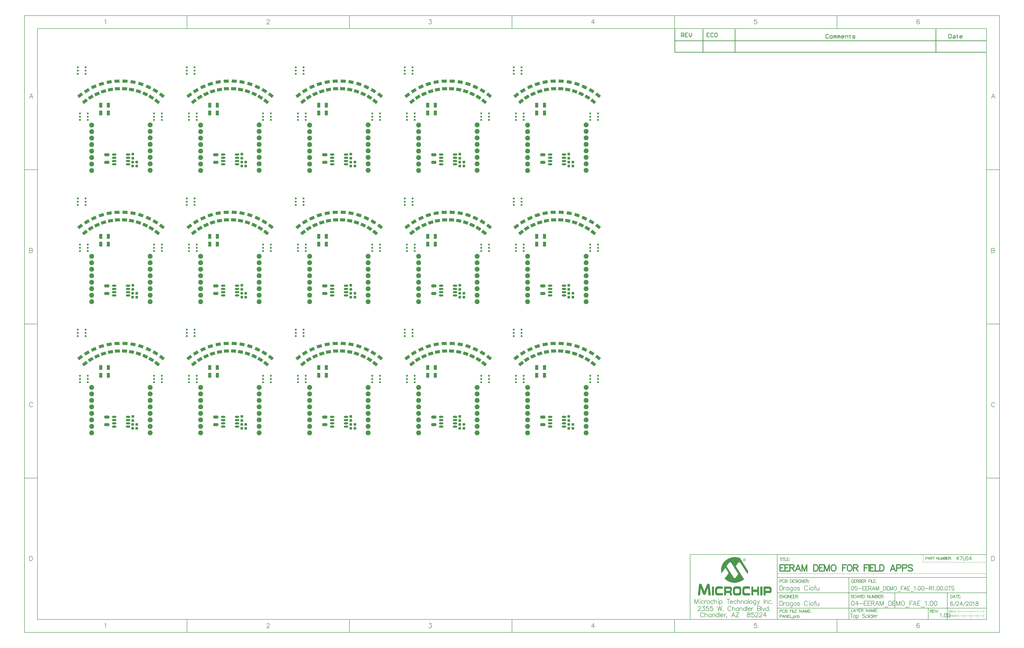
<source format=gts>
G04*
G04 #@! TF.GenerationSoftware,Altium Limited,Altium Designer,18.1.7 (191)*
G04*
G04 Layer_Color=8388736*
%FSLAX43Y43*%
%MOMM*%
G71*
G01*
G75*
%ADD10C,0.150*%
%ADD11C,0.178*%
%ADD29C,0.381*%
%ADD31C,0.127*%
%ADD32C,0.254*%
%ADD33C,0.100*%
%ADD34C,0.200*%
%ADD35C,0.178*%
%ADD38C,0.787*%
G04:AMPARAMS|DCode=43|XSize=1.95mm|YSize=1.2mm|CornerRadius=0mm|HoleSize=0mm|Usage=FLASHONLY|Rotation=141.000|XOffset=0mm|YOffset=0mm|HoleType=Round|Shape=Rectangle|*
%AMROTATEDRECTD43*
4,1,4,1.135,-0.147,0.380,-1.080,-1.135,0.147,-0.380,1.080,1.135,-0.147,0.0*
%
%ADD43ROTATEDRECTD43*%

G04:AMPARAMS|DCode=44|XSize=1.95mm|YSize=1.2mm|CornerRadius=0mm|HoleSize=0mm|Usage=FLASHONLY|Rotation=148.000|XOffset=0mm|YOffset=0mm|HoleType=Round|Shape=Rectangle|*
%AMROTATEDRECTD44*
4,1,4,1.145,-0.008,0.509,-1.026,-1.145,0.008,-0.509,1.026,1.145,-0.008,0.0*
%
%ADD44ROTATEDRECTD44*%

G04:AMPARAMS|DCode=45|XSize=1.95mm|YSize=1.2mm|CornerRadius=0mm|HoleSize=0mm|Usage=FLASHONLY|Rotation=155.000|XOffset=0mm|YOffset=0mm|HoleType=Round|Shape=Rectangle|*
%AMROTATEDRECTD45*
4,1,4,1.137,0.132,0.630,-0.956,-1.137,-0.132,-0.630,0.956,1.137,0.132,0.0*
%
%ADD45ROTATEDRECTD45*%

G04:AMPARAMS|DCode=46|XSize=1.95mm|YSize=1.2mm|CornerRadius=0mm|HoleSize=0mm|Usage=FLASHONLY|Rotation=162.000|XOffset=0mm|YOffset=0mm|HoleType=Round|Shape=Rectangle|*
%AMROTATEDRECTD46*
4,1,4,1.113,0.269,0.742,-0.872,-1.113,-0.269,-0.742,0.872,1.113,0.269,0.0*
%
%ADD46ROTATEDRECTD46*%

G04:AMPARAMS|DCode=47|XSize=1.95mm|YSize=1.2mm|CornerRadius=0mm|HoleSize=0mm|Usage=FLASHONLY|Rotation=169.000|XOffset=0mm|YOffset=0mm|HoleType=Round|Shape=Rectangle|*
%AMROTATEDRECTD47*
4,1,4,1.072,0.403,0.843,-0.775,-1.072,-0.403,-0.843,0.775,1.072,0.403,0.0*
%
%ADD47ROTATEDRECTD47*%

G04:AMPARAMS|DCode=48|XSize=1.95mm|YSize=1.2mm|CornerRadius=0mm|HoleSize=0mm|Usage=FLASHONLY|Rotation=176.000|XOffset=0mm|YOffset=0mm|HoleType=Round|Shape=Rectangle|*
%AMROTATEDRECTD48*
4,1,4,1.014,0.531,0.931,-0.667,-1.014,-0.531,-0.931,0.667,1.014,0.531,0.0*
%
%ADD48ROTATEDRECTD48*%

G04:AMPARAMS|DCode=49|XSize=1.95mm|YSize=1.2mm|CornerRadius=0mm|HoleSize=0mm|Usage=FLASHONLY|Rotation=183.000|XOffset=0mm|YOffset=0mm|HoleType=Round|Shape=Rectangle|*
%AMROTATEDRECTD49*
4,1,4,0.942,0.650,1.005,-0.548,-0.942,-0.650,-1.005,0.548,0.942,0.650,0.0*
%
%ADD49ROTATEDRECTD49*%

G04:AMPARAMS|DCode=50|XSize=1.95mm|YSize=1.2mm|CornerRadius=0mm|HoleSize=0mm|Usage=FLASHONLY|Rotation=190.000|XOffset=0mm|YOffset=0mm|HoleType=Round|Shape=Rectangle|*
%AMROTATEDRECTD50*
4,1,4,0.856,0.760,1.064,-0.422,-0.856,-0.760,-1.064,0.422,0.856,0.760,0.0*
%
%ADD50ROTATEDRECTD50*%

G04:AMPARAMS|DCode=51|XSize=1.95mm|YSize=1.2mm|CornerRadius=0mm|HoleSize=0mm|Usage=FLASHONLY|Rotation=197.000|XOffset=0mm|YOffset=0mm|HoleType=Round|Shape=Rectangle|*
%AMROTATEDRECTD51*
4,1,4,0.757,0.859,1.108,-0.289,-0.757,-0.859,-1.108,0.289,0.757,0.859,0.0*
%
%ADD51ROTATEDRECTD51*%

G04:AMPARAMS|DCode=52|XSize=1.95mm|YSize=1.2mm|CornerRadius=0mm|HoleSize=0mm|Usage=FLASHONLY|Rotation=204.000|XOffset=0mm|YOffset=0mm|HoleType=Round|Shape=Rectangle|*
%AMROTATEDRECTD52*
4,1,4,0.647,0.945,1.135,-0.152,-0.647,-0.945,-1.135,0.152,0.647,0.945,0.0*
%
%ADD52ROTATEDRECTD52*%

G04:AMPARAMS|DCode=53|XSize=1.95mm|YSize=1.2mm|CornerRadius=0mm|HoleSize=0mm|Usage=FLASHONLY|Rotation=211.000|XOffset=0mm|YOffset=0mm|HoleType=Round|Shape=Rectangle|*
%AMROTATEDRECTD53*
4,1,4,0.527,1.016,1.145,-0.012,-0.527,-1.016,-1.145,0.012,0.527,1.016,0.0*
%
%ADD53ROTATEDRECTD53*%

G04:AMPARAMS|DCode=54|XSize=1.95mm|YSize=1.2mm|CornerRadius=0mm|HoleSize=0mm|Usage=FLASHONLY|Rotation=218.000|XOffset=0mm|YOffset=0mm|HoleType=Round|Shape=Rectangle|*
%AMROTATEDRECTD54*
4,1,4,0.399,1.073,1.138,0.127,-0.399,-1.073,-1.138,-0.127,0.399,1.073,0.0*
%
%ADD54ROTATEDRECTD54*%

%ADD55O,1.750X0.800*%
G04:AMPARAMS|DCode=56|XSize=1.95mm|YSize=1.2mm|CornerRadius=0.35mm|HoleSize=0mm|Usage=FLASHONLY|Rotation=180.000|XOffset=0mm|YOffset=0mm|HoleType=Round|Shape=RoundedRectangle|*
%AMROUNDEDRECTD56*
21,1,1.950,0.500,0,0,180.0*
21,1,1.250,1.200,0,0,180.0*
1,1,0.700,-0.625,0.250*
1,1,0.700,0.625,0.250*
1,1,0.700,0.625,-0.250*
1,1,0.700,-0.625,-0.250*
%
%ADD56ROUNDEDRECTD56*%
G04:AMPARAMS|DCode=57|XSize=1.1mm|YSize=1mm|CornerRadius=0.3mm|HoleSize=0mm|Usage=FLASHONLY|Rotation=0.000|XOffset=0mm|YOffset=0mm|HoleType=Round|Shape=RoundedRectangle|*
%AMROUNDEDRECTD57*
21,1,1.100,0.400,0,0,0.0*
21,1,0.500,1.000,0,0,0.0*
1,1,0.600,0.250,-0.200*
1,1,0.600,-0.250,-0.200*
1,1,0.600,-0.250,0.200*
1,1,0.600,0.250,0.200*
%
%ADD57ROUNDEDRECTD57*%
G04:AMPARAMS|DCode=58|XSize=1.1mm|YSize=1mm|CornerRadius=0.3mm|HoleSize=0mm|Usage=FLASHONLY|Rotation=90.000|XOffset=0mm|YOffset=0mm|HoleType=Round|Shape=RoundedRectangle|*
%AMROUNDEDRECTD58*
21,1,1.100,0.400,0,0,90.0*
21,1,0.500,1.000,0,0,90.0*
1,1,0.600,0.200,0.250*
1,1,0.600,0.200,-0.250*
1,1,0.600,-0.200,-0.250*
1,1,0.600,-0.200,0.250*
%
%ADD58ROUNDEDRECTD58*%
%ADD59R,1.200X1.950*%
%ADD60C,1.900*%
%ADD61P,2.057X8X292.5*%
G36*
X259343Y-135552D02*
X259427Y-135580D01*
X259540Y-135622D01*
X259639Y-135679D01*
X259724Y-135777D01*
X259780Y-135919D01*
X259808Y-136088D01*
X259808Y-136116D01*
X259794Y-136172D01*
X259780Y-136271D01*
X259738Y-136370D01*
X259681Y-136483D01*
X259582Y-136568D01*
X259441Y-136638D01*
X259258Y-136666D01*
X259216Y-136666D01*
X259173Y-136652D01*
X259117Y-136638D01*
X258976Y-136596D01*
X258905Y-136553D01*
X258835Y-136497D01*
X258835Y-136483D01*
X258806Y-136469D01*
X258750Y-136384D01*
X258694Y-136257D01*
X258679Y-136172D01*
X258665Y-136088D01*
X258665Y-136074D01*
X258665Y-136045D01*
X258679Y-136003D01*
X258694Y-135961D01*
X258750Y-135834D01*
X258792Y-135763D01*
X258849Y-135707D01*
X258863Y-135693D01*
X258877Y-135679D01*
X258962Y-135622D01*
X259089Y-135566D01*
X259173Y-135538D01*
X259286Y-135538D01*
X259343Y-135552D01*
X259343Y-135552D02*
G37*
G36*
X255731Y-135058D02*
X255843Y-135072D01*
X255985Y-135072D01*
X256126Y-135100D01*
X256450Y-135142D01*
X256803Y-135227D01*
X257156Y-135326D01*
X257508Y-135467D01*
X260669Y-140504D01*
X260669Y-140518D01*
X260669Y-140546D01*
X260655Y-140603D01*
X260655Y-140659D01*
X260641Y-140744D01*
X260627Y-140843D01*
X260584Y-141054D01*
X260584Y-141069D01*
X260570Y-141111D01*
X260556Y-141167D01*
X260542Y-141238D01*
X260514Y-141337D01*
X260486Y-141435D01*
X260415Y-141675D01*
X257664Y-137372D01*
X257649Y-137358D01*
X257635Y-137315D01*
X257579Y-137259D01*
X257522Y-137202D01*
X257452Y-137146D01*
X257367Y-137090D01*
X257283Y-137047D01*
X257170Y-137033D01*
X257127Y-137033D01*
X257085Y-137047D01*
X257029Y-137076D01*
X256958Y-137118D01*
X256873Y-137174D01*
X256803Y-137245D01*
X256718Y-137358D01*
X255801Y-138613D01*
X259032Y-143707D01*
X259018Y-143721D01*
X258962Y-143764D01*
X258877Y-143834D01*
X258764Y-143919D01*
X258609Y-144032D01*
X258425Y-144144D01*
X258228Y-144271D01*
X257988Y-144398D01*
X257734Y-144525D01*
X257438Y-144652D01*
X257142Y-144765D01*
X256803Y-144878D01*
X256450Y-144963D01*
X256083Y-145033D01*
X255702Y-145076D01*
X255293Y-145090D01*
X255194Y-145090D01*
X255081Y-145076D01*
X254926Y-145062D01*
X254729Y-145033D01*
X254503Y-145005D01*
X254263Y-144949D01*
X253981Y-144878D01*
X253699Y-144794D01*
X253388Y-144681D01*
X253064Y-144554D01*
X252739Y-144398D01*
X252415Y-144201D01*
X252090Y-143989D01*
X251780Y-143735D01*
X251469Y-143439D01*
X252838Y-141548D01*
X252852Y-141534D01*
X252866Y-141478D01*
X252894Y-141393D01*
X252909Y-141323D01*
X252923Y-141238D01*
X252923Y-141210D01*
X252909Y-141139D01*
X252866Y-141012D01*
X252782Y-140857D01*
X251766Y-139263D01*
X250256Y-141365D01*
X250256Y-141351D01*
X250242Y-141337D01*
X250228Y-141252D01*
X250200Y-141125D01*
X250171Y-140956D01*
X250129Y-140744D01*
X250101Y-140518D01*
X250087Y-140250D01*
X250073Y-139982D01*
X250073Y-139954D01*
X250073Y-139897D01*
X250087Y-139785D01*
X250101Y-139658D01*
X250115Y-139488D01*
X250143Y-139291D01*
X250200Y-139065D01*
X250256Y-138825D01*
X250327Y-138571D01*
X250425Y-138289D01*
X250552Y-138007D01*
X250679Y-137725D01*
X250849Y-137442D01*
X251046Y-137146D01*
X251272Y-136864D01*
X251526Y-136596D01*
X251540Y-136582D01*
X251596Y-136525D01*
X251681Y-136455D01*
X251808Y-136356D01*
X251963Y-136229D01*
X252147Y-136102D01*
X252358Y-135961D01*
X252598Y-135820D01*
X252866Y-135679D01*
X253163Y-135538D01*
X253487Y-135396D01*
X253826Y-135284D01*
X254193Y-135185D01*
X254588Y-135114D01*
X254997Y-135058D01*
X255434Y-135044D01*
X255632Y-135044D01*
X255731Y-135058D01*
X255731Y-135058D02*
G37*
G36*
X260979Y-146515D02*
X261050Y-146529D01*
X261106Y-146543D01*
X261120Y-146543D01*
X261149Y-146557D01*
X261247Y-146600D01*
X261304Y-146656D01*
X261346Y-146712D01*
X261389Y-146783D01*
X261417Y-146882D01*
X261417Y-146896D01*
X261431Y-146910D01*
X261431Y-146952D01*
X261445Y-147023D01*
X261445Y-147093D01*
X261459Y-147192D01*
X261459Y-147305D01*
X261459Y-147432D01*
X259568Y-147390D01*
X259554Y-147390D01*
X259498Y-147404D01*
X259427Y-147418D01*
X259357Y-147474D01*
X259272Y-147545D01*
X259202Y-147672D01*
X259173Y-147757D01*
X259145Y-147855D01*
X259131Y-147954D01*
X259131Y-148081D01*
X259131Y-148462D01*
X259131Y-148476D01*
X259131Y-148490D01*
X259145Y-148575D01*
X259159Y-148674D01*
X259187Y-148801D01*
X259230Y-148928D01*
X259314Y-149041D01*
X259413Y-149125D01*
X259484Y-149139D01*
X259554Y-149153D01*
X261487Y-149153D01*
X261487Y-149182D01*
X261487Y-149238D01*
X261487Y-149337D01*
X261473Y-149450D01*
X261459Y-149563D01*
X261445Y-149675D01*
X261417Y-149774D01*
X261374Y-149845D01*
X261374Y-149859D01*
X261346Y-149873D01*
X261304Y-149901D01*
X261247Y-149929D01*
X261163Y-149972D01*
X261050Y-150000D01*
X260909Y-150014D01*
X260739Y-150028D01*
X259329Y-150028D01*
X259216Y-150014D01*
X259075Y-149986D01*
X258933Y-149944D01*
X258778Y-149873D01*
X258651Y-149788D01*
X258552Y-149661D01*
X258552Y-149647D01*
X258524Y-149605D01*
X258496Y-149534D01*
X258468Y-149450D01*
X258440Y-149323D01*
X258411Y-149182D01*
X258397Y-148998D01*
X258383Y-148801D01*
X258383Y-147757D01*
X258383Y-147742D01*
X258383Y-147714D01*
X258383Y-147672D01*
X258397Y-147615D01*
X258411Y-147474D01*
X258440Y-147291D01*
X258482Y-147107D01*
X258567Y-146924D01*
X258665Y-146769D01*
X258736Y-146698D01*
X258806Y-146642D01*
X258821Y-146642D01*
X258849Y-146614D01*
X258891Y-146600D01*
X258962Y-146571D01*
X259046Y-146543D01*
X259159Y-146529D01*
X259286Y-146501D01*
X260810Y-146501D01*
X260979Y-146515D01*
X260979Y-146515D02*
G37*
G36*
X264902Y-150000D02*
X264182Y-150000D01*
X264182Y-148688D01*
X262616Y-148688D01*
X262616Y-150000D01*
X261939Y-150000D01*
X261939Y-146543D01*
X262616Y-146543D01*
X262616Y-147757D01*
X264182Y-147757D01*
X264182Y-146543D01*
X264902Y-146543D01*
X264902Y-150000D01*
X264902Y-150000D02*
G37*
G36*
X245205Y-145414D02*
X245275Y-145428D01*
X245360Y-145471D01*
X245430Y-145527D01*
X245501Y-145626D01*
X245572Y-145753D01*
X245600Y-145936D01*
X246065Y-150000D01*
X245191Y-150000D01*
X244951Y-147079D01*
X244937Y-147079D01*
X244048Y-149421D01*
X244048Y-149436D01*
X244019Y-149478D01*
X243977Y-149548D01*
X243921Y-149619D01*
X243850Y-149690D01*
X243766Y-149760D01*
X243667Y-149802D01*
X243540Y-149817D01*
X243483Y-149817D01*
X243413Y-149788D01*
X243328Y-149760D01*
X243229Y-149718D01*
X243145Y-149647D01*
X243074Y-149548D01*
X243004Y-149421D01*
X242115Y-147122D01*
X242101Y-147122D01*
X241847Y-150000D01*
X241000Y-150000D01*
X241437Y-145894D01*
X241437Y-145866D01*
X241452Y-145809D01*
X241480Y-145739D01*
X241522Y-145640D01*
X241579Y-145555D01*
X241663Y-145471D01*
X241776Y-145414D01*
X241903Y-145400D01*
X241974Y-145400D01*
X242058Y-145428D01*
X242157Y-145457D01*
X242256Y-145513D01*
X242369Y-145598D01*
X242453Y-145711D01*
X242538Y-145866D01*
X243526Y-148377D01*
X243540Y-148377D01*
X244527Y-145866D01*
X244542Y-145852D01*
X244556Y-145795D01*
X244612Y-145725D01*
X244669Y-145626D01*
X244753Y-145541D01*
X244866Y-145471D01*
X244993Y-145414D01*
X245148Y-145400D01*
X245162Y-145400D01*
X245205Y-145414D01*
X245205Y-145414D02*
G37*
G36*
X269036Y-146557D02*
X269149Y-146571D01*
X269276Y-146614D01*
X269417Y-146684D01*
X269544Y-146783D01*
X269657Y-146924D01*
X269741Y-147122D01*
X269741Y-147136D01*
X269756Y-147164D01*
X269756Y-147220D01*
X269770Y-147291D01*
X269784Y-147376D01*
X269784Y-147474D01*
X269798Y-147601D01*
X269798Y-147728D01*
X269798Y-147996D01*
X269798Y-148025D01*
X269798Y-148095D01*
X269784Y-148208D01*
X269770Y-148335D01*
X269741Y-148490D01*
X269713Y-148645D01*
X269657Y-148772D01*
X269586Y-148899D01*
X269586Y-148914D01*
X269558Y-148928D01*
X269516Y-148970D01*
X269473Y-149012D01*
X269403Y-149055D01*
X269318Y-149083D01*
X269234Y-149111D01*
X269121Y-149125D01*
X267399Y-149125D01*
X267399Y-150000D01*
X266694Y-150000D01*
X266694Y-146543D01*
X268965Y-146543D01*
X269036Y-146557D01*
X269036Y-146557D02*
G37*
G36*
X266228Y-150000D02*
X265410Y-150000D01*
X265410Y-146543D01*
X266228Y-146543D01*
X266228Y-150000D01*
X266228Y-150000D02*
G37*
G36*
X253727Y-146557D02*
X253840Y-146600D01*
X253967Y-146670D01*
X254023Y-146727D01*
X254094Y-146797D01*
X254150Y-146882D01*
X254193Y-146981D01*
X254249Y-147093D01*
X254277Y-147234D01*
X254291Y-147390D01*
X254305Y-147573D01*
X254305Y-147785D01*
X254305Y-147799D01*
X254305Y-147813D01*
X254305Y-147898D01*
X254291Y-148025D01*
X254263Y-148166D01*
X254207Y-148307D01*
X254136Y-148448D01*
X254037Y-148561D01*
X253910Y-148645D01*
X253910Y-148660D01*
X253924Y-148660D01*
X253967Y-148688D01*
X254037Y-148730D01*
X254108Y-148801D01*
X254178Y-148899D01*
X254249Y-149026D01*
X254291Y-149196D01*
X254305Y-149421D01*
X254305Y-150000D01*
X253572Y-150000D01*
X253572Y-149591D01*
X253572Y-149577D01*
X253572Y-149548D01*
X253572Y-149492D01*
X253572Y-149436D01*
X253558Y-149323D01*
X253558Y-149266D01*
X253544Y-149224D01*
X253529Y-149210D01*
X253487Y-149153D01*
X253417Y-149111D01*
X253290Y-149097D01*
X252006Y-149097D01*
X252006Y-150000D01*
X251272Y-150000D01*
X251272Y-146543D01*
X253642Y-146543D01*
X253727Y-146557D01*
X253727Y-146557D02*
G37*
G36*
X247307Y-150000D02*
X246503Y-150000D01*
X246503Y-146543D01*
X247307Y-146543D01*
X247307Y-150000D01*
X247307Y-150000D02*
G37*
G36*
X257156Y-146515D02*
X257283Y-146543D01*
X257410Y-146571D01*
X257551Y-146628D01*
X257664Y-146712D01*
X257762Y-146811D01*
X257776Y-146825D01*
X257805Y-146868D01*
X257833Y-146938D01*
X257875Y-147037D01*
X257918Y-147178D01*
X257960Y-147333D01*
X257974Y-147517D01*
X257988Y-147742D01*
X257988Y-148787D01*
X257988Y-148801D01*
X257988Y-148829D01*
X257988Y-148871D01*
X257974Y-148942D01*
X257960Y-149097D01*
X257932Y-149294D01*
X257861Y-149492D01*
X257776Y-149690D01*
X257649Y-149845D01*
X257565Y-149915D01*
X257480Y-149958D01*
X257466Y-149958D01*
X257438Y-149972D01*
X257395Y-149986D01*
X257339Y-149986D01*
X257268Y-150000D01*
X257184Y-150014D01*
X256958Y-150028D01*
X255688Y-150028D01*
X255575Y-150014D01*
X255448Y-149986D01*
X255307Y-149944D01*
X255166Y-149887D01*
X255039Y-149802D01*
X254926Y-149690D01*
X254912Y-149675D01*
X254898Y-149633D01*
X254870Y-149563D01*
X254842Y-149464D01*
X254799Y-149351D01*
X254771Y-149196D01*
X254757Y-148998D01*
X254743Y-148787D01*
X254743Y-147742D01*
X254743Y-147728D01*
X254743Y-147700D01*
X254743Y-147644D01*
X254757Y-147573D01*
X254771Y-147404D01*
X254813Y-147206D01*
X254884Y-146995D01*
X254997Y-146811D01*
X255067Y-146727D01*
X255138Y-146656D01*
X255237Y-146600D01*
X255335Y-146557D01*
X255350Y-146557D01*
X255364Y-146543D01*
X255406Y-146543D01*
X255462Y-146529D01*
X255604Y-146515D01*
X255787Y-146501D01*
X257057Y-146501D01*
X257156Y-146515D01*
X257156Y-146515D02*
G37*
G36*
X250087Y-146515D02*
X250256Y-146515D01*
X250411Y-146529D01*
X250538Y-146557D01*
X250581Y-146571D01*
X250609Y-146585D01*
X250623Y-146585D01*
X250637Y-146614D01*
X250665Y-146656D01*
X250707Y-146727D01*
X250750Y-146825D01*
X250778Y-146966D01*
X250792Y-147150D01*
X250806Y-147390D01*
X248901Y-147390D01*
X248817Y-147404D01*
X248718Y-147446D01*
X248619Y-147531D01*
X248605Y-147559D01*
X248591Y-147587D01*
X248563Y-147644D01*
X248549Y-147714D01*
X248520Y-147813D01*
X248506Y-147940D01*
X248506Y-148081D01*
X248506Y-148462D01*
X248506Y-148476D01*
X248506Y-148533D01*
X248506Y-148603D01*
X248520Y-148674D01*
X248535Y-148857D01*
X248549Y-148928D01*
X248563Y-148984D01*
X248577Y-149012D01*
X248633Y-149069D01*
X248690Y-149097D01*
X248746Y-149125D01*
X248831Y-149139D01*
X248916Y-149153D01*
X250849Y-149153D01*
X250849Y-149182D01*
X250849Y-149238D01*
X250849Y-149323D01*
X250834Y-149421D01*
X250806Y-149647D01*
X250778Y-149746D01*
X250750Y-149817D01*
X250750Y-149831D01*
X250722Y-149845D01*
X250679Y-149887D01*
X250623Y-149915D01*
X250524Y-149958D01*
X250411Y-150000D01*
X250270Y-150014D01*
X250101Y-150028D01*
X248704Y-150028D01*
X248605Y-150014D01*
X248478Y-149986D01*
X248337Y-149958D01*
X248196Y-149915D01*
X248069Y-149845D01*
X247970Y-149746D01*
X247956Y-149732D01*
X247942Y-149690D01*
X247900Y-149619D01*
X247857Y-149520D01*
X247815Y-149393D01*
X247787Y-149224D01*
X247759Y-149026D01*
X247744Y-148787D01*
X247744Y-147742D01*
X247744Y-147728D01*
X247744Y-147700D01*
X247744Y-147644D01*
X247759Y-147573D01*
X247787Y-147390D01*
X247829Y-147178D01*
X247914Y-146966D01*
X248041Y-146769D01*
X248125Y-146684D01*
X248224Y-146614D01*
X248323Y-146557D01*
X248450Y-146529D01*
X248478Y-146529D01*
X248549Y-146515D01*
X248662Y-146501D01*
X249917Y-146501D01*
X250087Y-146515D01*
X250087Y-146515D02*
G37*
%LPC*%
G36*
X259258Y-135636D02*
X259187Y-135636D01*
X259103Y-135665D01*
X259018Y-135693D01*
X258919Y-135749D01*
X258849Y-135820D01*
X258792Y-135933D01*
X258764Y-136088D01*
X258764Y-136102D01*
X258764Y-136116D01*
X258778Y-136201D01*
X258821Y-136314D01*
X258905Y-136441D01*
X258933Y-136469D01*
X259004Y-136511D01*
X259117Y-136553D01*
X259258Y-136582D01*
X259272Y-136582D01*
X259329Y-136568D01*
X259399Y-136553D01*
X259498Y-136525D01*
X259582Y-136455D01*
X259653Y-136370D01*
X259709Y-136257D01*
X259724Y-136088D01*
X259724Y-136074D01*
X259724Y-136017D01*
X259695Y-135947D01*
X259667Y-135862D01*
X259611Y-135777D01*
X259526Y-135707D01*
X259413Y-135650D01*
X259258Y-135636D01*
X259258Y-135636D02*
G37*
%LPD*%
G36*
X259385Y-135792D02*
X259456Y-135848D01*
X259484Y-135890D01*
X259498Y-135961D01*
X259498Y-135975D01*
X259498Y-135989D01*
X259484Y-136060D01*
X259427Y-136116D01*
X259385Y-136144D01*
X259329Y-136158D01*
X259512Y-136441D01*
X259399Y-136441D01*
X259230Y-136158D01*
X259117Y-136158D01*
X259117Y-136441D01*
X259018Y-136441D01*
X259018Y-135763D01*
X259300Y-135763D01*
X259385Y-135792D01*
X259385Y-135792D02*
G37*
%LPC*%
G36*
X259286Y-135862D02*
X259117Y-135862D01*
X259117Y-136074D01*
X259300Y-136074D01*
X259343Y-136060D01*
X259371Y-136031D01*
X259385Y-135961D01*
X259385Y-135947D01*
X259371Y-135904D01*
X259343Y-135876D01*
X259286Y-135862D01*
X259286Y-135862D02*
G37*
G36*
X253600Y-137019D02*
X253558Y-137019D01*
X253501Y-137033D01*
X253445Y-137061D01*
X253374Y-137104D01*
X253290Y-137160D01*
X253205Y-137231D01*
X253120Y-137344D01*
X252231Y-138599D01*
X254926Y-142875D01*
X254940Y-142889D01*
X254969Y-142931D01*
X255011Y-143002D01*
X255067Y-143058D01*
X255138Y-143129D01*
X255223Y-143199D01*
X255293Y-143241D01*
X255378Y-143256D01*
X255420Y-143256D01*
X255477Y-143241D01*
X255533Y-143213D01*
X255604Y-143185D01*
X255688Y-143143D01*
X255773Y-143072D01*
X255843Y-142973D01*
X256789Y-141619D01*
X254080Y-137358D01*
X254066Y-137344D01*
X254037Y-137301D01*
X253995Y-137245D01*
X253939Y-137188D01*
X253868Y-137132D01*
X253783Y-137076D01*
X253699Y-137033D01*
X253600Y-137019D01*
X253600Y-137019D02*
G37*
G36*
X268768Y-147376D02*
X267399Y-147376D01*
X267399Y-148250D01*
X268853Y-148250D01*
X268881Y-148236D01*
X268923Y-148208D01*
X268965Y-148166D01*
X269008Y-148095D01*
X269022Y-148011D01*
X269036Y-147898D01*
X269036Y-147757D01*
X269036Y-147742D01*
X269036Y-147700D01*
X269022Y-147630D01*
X269008Y-147559D01*
X268965Y-147503D01*
X268923Y-147432D01*
X268853Y-147390D01*
X268768Y-147376D01*
X268768Y-147376D02*
G37*
G36*
X253261Y-147376D02*
X252006Y-147376D01*
X252006Y-148236D01*
X253374Y-148236D01*
X253417Y-148222D01*
X253473Y-148194D01*
X253529Y-148152D01*
X253572Y-148081D01*
X253600Y-147996D01*
X253614Y-147869D01*
X253614Y-147757D01*
X253614Y-147742D01*
X253614Y-147700D01*
X253600Y-147630D01*
X253572Y-147559D01*
X253529Y-147503D01*
X253459Y-147432D01*
X253374Y-147390D01*
X253261Y-147376D01*
X253261Y-147376D02*
G37*
G36*
X256859Y-147376D02*
X255900Y-147376D01*
X255815Y-147390D01*
X255702Y-147446D01*
X255646Y-147474D01*
X255604Y-147531D01*
X255589Y-147559D01*
X255575Y-147601D01*
X255547Y-147658D01*
X255533Y-147728D01*
X255505Y-147827D01*
X255491Y-147940D01*
X255491Y-148081D01*
X255491Y-148462D01*
X255491Y-148476D01*
X255491Y-148533D01*
X255491Y-148589D01*
X255505Y-148674D01*
X255519Y-148857D01*
X255533Y-148942D01*
X255561Y-149012D01*
X255575Y-149041D01*
X255632Y-149083D01*
X255731Y-149125D01*
X255801Y-149153D01*
X256831Y-149153D01*
X256888Y-149139D01*
X256958Y-149111D01*
X257043Y-149069D01*
X257127Y-148984D01*
X257198Y-148857D01*
X257226Y-148787D01*
X257254Y-148688D01*
X257268Y-148589D01*
X257268Y-148462D01*
X257268Y-148081D01*
X257268Y-148067D01*
X257268Y-148011D01*
X257268Y-147954D01*
X257254Y-147869D01*
X257212Y-147686D01*
X257170Y-147601D01*
X257127Y-147531D01*
X257127Y-147517D01*
X257099Y-147503D01*
X257029Y-147446D01*
X256930Y-147404D01*
X256859Y-147376D01*
X256859Y-147376D02*
G37*
%LPD*%
D10*
X301000Y-157250D02*
X301000Y-158750D01*
X300500Y-157250D02*
X301500Y-157250D01*
X302035Y-157750D02*
X301893Y-157822D01*
X301750Y-157964D01*
X301678Y-158179D01*
X301678Y-158322D01*
X301750Y-158536D01*
X301893Y-158679D01*
X302035Y-158750D01*
X302250Y-158750D01*
X302392Y-158679D01*
X302535Y-158536D01*
X302607Y-158322D01*
X302607Y-158179D01*
X302535Y-157964D01*
X302392Y-157822D01*
X302250Y-157750D01*
X302035Y-157750D01*
X302935Y-157750D02*
X302935Y-159250D01*
X302935Y-157964D02*
X303078Y-157822D01*
X303221Y-157750D01*
X303435Y-157750D01*
X303578Y-157822D01*
X303721Y-157964D01*
X303792Y-158179D01*
X303792Y-158322D01*
X303721Y-158536D01*
X303578Y-158679D01*
X303435Y-158750D01*
X303221Y-158750D01*
X303078Y-158679D01*
X302935Y-158536D01*
X306292Y-157465D02*
X306149Y-157322D01*
X305935Y-157250D01*
X305649Y-157250D01*
X305435Y-157322D01*
X305292Y-157465D01*
X305292Y-157607D01*
X305363Y-157750D01*
X305435Y-157822D01*
X305577Y-157893D01*
X306006Y-158036D01*
X306149Y-158107D01*
X306220Y-158179D01*
X306292Y-158322D01*
X306292Y-158536D01*
X306149Y-158679D01*
X305935Y-158750D01*
X305649Y-158750D01*
X305435Y-158679D01*
X305292Y-158536D01*
X306984Y-157750D02*
X306842Y-157822D01*
X306699Y-157964D01*
X306627Y-158179D01*
X306627Y-158322D01*
X306699Y-158536D01*
X306842Y-158679D01*
X306984Y-158750D01*
X307199Y-158750D01*
X307341Y-158679D01*
X307484Y-158536D01*
X307556Y-158322D01*
X307556Y-158179D01*
X307484Y-157964D01*
X307341Y-157822D01*
X307199Y-157750D01*
X306984Y-157750D01*
X307884Y-157250D02*
X307884Y-158750D01*
X309055Y-157250D02*
X309055Y-158750D01*
X309055Y-157964D02*
X308912Y-157822D01*
X308770Y-157750D01*
X308555Y-157750D01*
X308413Y-157822D01*
X308270Y-157964D01*
X308198Y-158179D01*
X308198Y-158322D01*
X308270Y-158536D01*
X308413Y-158679D01*
X308555Y-158750D01*
X308770Y-158750D01*
X308912Y-158679D01*
X309055Y-158536D01*
X309455Y-158179D02*
X310312Y-158179D01*
X310312Y-158036D01*
X310241Y-157893D01*
X310169Y-157822D01*
X310027Y-157750D01*
X309812Y-157750D01*
X309669Y-157822D01*
X309527Y-157964D01*
X309455Y-158179D01*
X309455Y-158322D01*
X309527Y-158536D01*
X309669Y-158679D01*
X309812Y-158750D01*
X310027Y-158750D01*
X310169Y-158679D01*
X310312Y-158536D01*
X310634Y-157750D02*
X310634Y-158750D01*
X310634Y-158179D02*
X310705Y-157964D01*
X310848Y-157822D01*
X310991Y-157750D01*
X311205Y-157750D01*
X330000Y-135524D02*
X330428Y-135524D01*
X330571Y-135476D01*
X330619Y-135429D01*
X330667Y-135333D01*
X330667Y-135191D01*
X330619Y-135095D01*
X330571Y-135048D01*
X330428Y-135000D01*
X330000Y-135000D01*
X330000Y-136000D01*
X331652Y-136000D02*
X331271Y-135000D01*
X330890Y-136000D01*
X331033Y-135667D02*
X331509Y-135667D01*
X331885Y-135000D02*
X331885Y-136000D01*
X331885Y-135000D02*
X332314Y-135000D01*
X332457Y-135048D01*
X332504Y-135095D01*
X332552Y-135191D01*
X332552Y-135286D01*
X332504Y-135381D01*
X332457Y-135429D01*
X332314Y-135476D01*
X331885Y-135476D01*
X332219Y-135476D02*
X332552Y-136000D01*
X333109Y-135000D02*
X333109Y-136000D01*
X332776Y-135000D02*
X333442Y-135000D01*
X334347Y-135000D02*
X334347Y-136000D01*
X334347Y-135000D02*
X335013Y-136000D01*
X335013Y-135000D02*
X335013Y-136000D01*
X335289Y-135000D02*
X335289Y-135714D01*
X335337Y-135857D01*
X335432Y-135952D01*
X335575Y-136000D01*
X335670Y-136000D01*
X335813Y-135952D01*
X335908Y-135857D01*
X335956Y-135714D01*
X335956Y-135000D01*
X336232Y-135000D02*
X336232Y-136000D01*
X336232Y-135000D02*
X336613Y-136000D01*
X336994Y-135000D02*
X336613Y-136000D01*
X336994Y-135000D02*
X336994Y-136000D01*
X337279Y-135000D02*
X337279Y-136000D01*
X337279Y-135000D02*
X337708Y-135000D01*
X337851Y-135048D01*
X337898Y-135095D01*
X337946Y-135191D01*
X337946Y-135286D01*
X337898Y-135381D01*
X337851Y-135429D01*
X337708Y-135476D01*
X337279Y-135476D02*
X337708Y-135476D01*
X337851Y-135524D01*
X337898Y-135571D01*
X337946Y-135667D01*
X337946Y-135810D01*
X337898Y-135905D01*
X337851Y-135952D01*
X337708Y-136000D01*
X337279Y-136000D01*
X338789Y-135000D02*
X338170Y-135000D01*
X338170Y-136000D01*
X338789Y-136000D01*
X338170Y-135476D02*
X338551Y-135476D01*
X338955Y-135000D02*
X338955Y-136000D01*
X338955Y-135000D02*
X339384Y-135000D01*
X339527Y-135048D01*
X339574Y-135095D01*
X339622Y-135191D01*
X339622Y-135286D01*
X339574Y-135381D01*
X339527Y-135429D01*
X339384Y-135476D01*
X338955Y-135476D01*
X339289Y-135476D02*
X339622Y-136000D01*
X339893Y-135333D02*
X339846Y-135381D01*
X339893Y-135429D01*
X339941Y-135381D01*
X339893Y-135333D01*
X339893Y-135905D02*
X339846Y-135952D01*
X339893Y-136000D01*
X339941Y-135952D01*
X339893Y-135905D01*
X340557Y-152715D02*
X340486Y-152572D01*
X340271Y-152500D01*
X340128Y-152500D01*
X339914Y-152572D01*
X339771Y-152786D01*
X339700Y-153143D01*
X339700Y-153500D01*
X339771Y-153786D01*
X339914Y-153929D01*
X340128Y-154000D01*
X340200Y-154000D01*
X340414Y-153929D01*
X340557Y-153786D01*
X340628Y-153572D01*
X340628Y-153500D01*
X340557Y-153286D01*
X340414Y-153143D01*
X340200Y-153072D01*
X340128Y-153072D01*
X339914Y-153143D01*
X339771Y-153286D01*
X339700Y-153500D01*
X340957Y-154214D02*
X341957Y-152500D01*
X342128Y-152857D02*
X342128Y-152786D01*
X342199Y-152643D01*
X342271Y-152572D01*
X342414Y-152500D01*
X342699Y-152500D01*
X342842Y-152572D01*
X342914Y-152643D01*
X342985Y-152786D01*
X342985Y-152929D01*
X342914Y-153072D01*
X342771Y-153286D01*
X342057Y-154000D01*
X343056Y-154000D01*
X344106Y-152500D02*
X343392Y-153500D01*
X344463Y-153500D01*
X344106Y-152500D02*
X344106Y-154000D01*
X344728Y-154214D02*
X345727Y-152500D01*
X345899Y-152857D02*
X345899Y-152786D01*
X345970Y-152643D01*
X346042Y-152572D01*
X346184Y-152500D01*
X346470Y-152500D01*
X346613Y-152572D01*
X346684Y-152643D01*
X346756Y-152786D01*
X346756Y-152929D01*
X346684Y-153072D01*
X346541Y-153286D01*
X345827Y-154000D01*
X346827Y-154000D01*
X347591Y-152500D02*
X347377Y-152572D01*
X347234Y-152786D01*
X347163Y-153143D01*
X347163Y-153357D01*
X347234Y-153714D01*
X347377Y-153929D01*
X347591Y-154000D01*
X347734Y-154000D01*
X347948Y-153929D01*
X348091Y-153714D01*
X348162Y-153357D01*
X348162Y-153143D01*
X348091Y-152786D01*
X347948Y-152572D01*
X347734Y-152500D01*
X347591Y-152500D01*
X348498Y-152786D02*
X348641Y-152715D01*
X348855Y-152500D01*
X348855Y-154000D01*
X349955Y-152500D02*
X349741Y-152572D01*
X349669Y-152715D01*
X349669Y-152857D01*
X349741Y-153000D01*
X349884Y-153072D01*
X350169Y-153143D01*
X350383Y-153214D01*
X350526Y-153357D01*
X350598Y-153500D01*
X350598Y-153714D01*
X350526Y-153857D01*
X350455Y-153929D01*
X350241Y-154000D01*
X349955Y-154000D01*
X349741Y-153929D01*
X349669Y-153857D01*
X349598Y-153714D01*
X349598Y-153500D01*
X349669Y-153357D01*
X349812Y-153214D01*
X350026Y-153143D01*
X350312Y-153072D01*
X350455Y-153000D01*
X350526Y-152857D01*
X350526Y-152715D01*
X350455Y-152572D01*
X350241Y-152500D01*
X349955Y-152500D01*
D11*
X335678Y-157358D02*
X335821Y-157287D01*
X336035Y-157073D01*
X336035Y-158572D01*
X336849Y-158429D02*
X336778Y-158501D01*
X336849Y-158572D01*
X336920Y-158501D01*
X336849Y-158429D01*
X337677Y-157073D02*
X337463Y-157144D01*
X337320Y-157358D01*
X337249Y-157715D01*
X337249Y-157930D01*
X337320Y-158287D01*
X337463Y-158501D01*
X337677Y-158572D01*
X337820Y-158572D01*
X338034Y-158501D01*
X338177Y-158287D01*
X338249Y-157930D01*
X338249Y-157715D01*
X338177Y-157358D01*
X338034Y-157144D01*
X337820Y-157073D01*
X337677Y-157073D01*
X339013Y-157073D02*
X338799Y-157144D01*
X338656Y-157358D01*
X338584Y-157715D01*
X338584Y-157930D01*
X338656Y-158287D01*
X338799Y-158501D01*
X339013Y-158572D01*
X339156Y-158572D01*
X339370Y-158501D01*
X339513Y-158287D01*
X339584Y-157930D01*
X339584Y-157715D01*
X339513Y-157358D01*
X339370Y-157144D01*
X339156Y-157073D01*
X339013Y-157073D01*
X301428Y-146500D02*
X301214Y-146572D01*
X301071Y-146786D01*
X301000Y-147143D01*
X301000Y-147357D01*
X301071Y-147714D01*
X301214Y-147929D01*
X301428Y-148000D01*
X301571Y-148000D01*
X301786Y-147929D01*
X301928Y-147714D01*
X302000Y-147357D01*
X302000Y-147143D01*
X301928Y-146786D01*
X301786Y-146572D01*
X301571Y-146500D01*
X301428Y-146500D01*
X303192Y-146500D02*
X302478Y-146500D01*
X302407Y-147143D01*
X302478Y-147072D01*
X302693Y-147000D01*
X302907Y-147000D01*
X303121Y-147072D01*
X303264Y-147214D01*
X303335Y-147429D01*
X303335Y-147572D01*
X303264Y-147786D01*
X303121Y-147929D01*
X302907Y-148000D01*
X302693Y-148000D01*
X302478Y-147929D01*
X302407Y-147857D01*
X302335Y-147714D01*
X303671Y-147357D02*
X304956Y-147357D01*
X306327Y-146500D02*
X305399Y-146500D01*
X305399Y-148000D01*
X306327Y-148000D01*
X305399Y-147214D02*
X305970Y-147214D01*
X307506Y-146500D02*
X306577Y-146500D01*
X306577Y-148000D01*
X307506Y-148000D01*
X306577Y-147214D02*
X307149Y-147214D01*
X307756Y-146500D02*
X307756Y-148000D01*
X307756Y-146500D02*
X308398Y-146500D01*
X308613Y-146572D01*
X308684Y-146643D01*
X308755Y-146786D01*
X308755Y-146929D01*
X308684Y-147072D01*
X308613Y-147143D01*
X308398Y-147214D01*
X307756Y-147214D01*
X308256Y-147214D02*
X308755Y-148000D01*
X310234Y-148000D02*
X309662Y-146500D01*
X309091Y-148000D01*
X309305Y-147500D02*
X310020Y-147500D01*
X310584Y-146500D02*
X310584Y-148000D01*
X310584Y-146500D02*
X311155Y-148000D01*
X311726Y-146500D02*
X311155Y-148000D01*
X311726Y-146500D02*
X311726Y-148000D01*
X312155Y-148500D02*
X313297Y-148500D01*
X313490Y-146500D02*
X313490Y-148000D01*
X313490Y-146500D02*
X313990Y-146500D01*
X314204Y-146572D01*
X314347Y-146715D01*
X314419Y-146857D01*
X314490Y-147072D01*
X314490Y-147429D01*
X314419Y-147643D01*
X314347Y-147786D01*
X314204Y-147929D01*
X313990Y-148000D01*
X313490Y-148000D01*
X315754Y-146500D02*
X314826Y-146500D01*
X314826Y-148000D01*
X315754Y-148000D01*
X314826Y-147214D02*
X315397Y-147214D01*
X316004Y-146500D02*
X316004Y-148000D01*
X316004Y-146500D02*
X316575Y-148000D01*
X317147Y-146500D02*
X316575Y-148000D01*
X317147Y-146500D02*
X317147Y-148000D01*
X318004Y-146500D02*
X317861Y-146572D01*
X317718Y-146715D01*
X317646Y-146857D01*
X317575Y-147072D01*
X317575Y-147429D01*
X317646Y-147643D01*
X317718Y-147786D01*
X317861Y-147929D01*
X318004Y-148000D01*
X318289Y-148000D01*
X318432Y-147929D01*
X318575Y-147786D01*
X318646Y-147643D01*
X318718Y-147429D01*
X318718Y-147072D01*
X318646Y-146857D01*
X318575Y-146715D01*
X318432Y-146572D01*
X318289Y-146500D01*
X318004Y-146500D01*
X319068Y-148500D02*
X320210Y-148500D01*
X320403Y-146500D02*
X320403Y-148000D01*
X320403Y-146500D02*
X321331Y-146500D01*
X320403Y-147214D02*
X320974Y-147214D01*
X322645Y-148000D02*
X322074Y-146500D01*
X321503Y-148000D01*
X321717Y-147500D02*
X322431Y-147500D01*
X323924Y-146500D02*
X322995Y-146500D01*
X322995Y-148000D01*
X323924Y-148000D01*
X322995Y-147214D02*
X323567Y-147214D01*
X324174Y-148500D02*
X325316Y-148500D01*
X325509Y-146786D02*
X325652Y-146715D01*
X325866Y-146500D01*
X325866Y-148000D01*
X326680Y-147857D02*
X326609Y-147929D01*
X326680Y-148000D01*
X326752Y-147929D01*
X326680Y-147857D01*
X327509Y-146500D02*
X327294Y-146572D01*
X327152Y-146786D01*
X327080Y-147143D01*
X327080Y-147357D01*
X327152Y-147714D01*
X327294Y-147929D01*
X327509Y-148000D01*
X327651Y-148000D01*
X327866Y-147929D01*
X328009Y-147714D01*
X328080Y-147357D01*
X328080Y-147143D01*
X328009Y-146786D01*
X327866Y-146572D01*
X327651Y-146500D01*
X327509Y-146500D01*
X328844Y-146500D02*
X328630Y-146572D01*
X328487Y-146786D01*
X328416Y-147143D01*
X328416Y-147357D01*
X328487Y-147714D01*
X328630Y-147929D01*
X328844Y-148000D01*
X328987Y-148000D01*
X329201Y-147929D01*
X329344Y-147714D01*
X329415Y-147357D01*
X329415Y-147143D01*
X329344Y-146786D01*
X329201Y-146572D01*
X328987Y-146500D01*
X328844Y-146500D01*
X329751Y-147357D02*
X331036Y-147357D01*
X331479Y-146500D02*
X331479Y-148000D01*
X331479Y-146500D02*
X332122Y-146500D01*
X332336Y-146572D01*
X332408Y-146643D01*
X332479Y-146786D01*
X332479Y-146929D01*
X332408Y-147072D01*
X332336Y-147143D01*
X332122Y-147214D01*
X331479Y-147214D01*
X331979Y-147214D02*
X332479Y-148000D01*
X332815Y-146786D02*
X332957Y-146715D01*
X333172Y-146500D01*
X333172Y-148000D01*
X333986Y-147857D02*
X333914Y-147929D01*
X333986Y-148000D01*
X334057Y-147929D01*
X333986Y-147857D01*
X334814Y-146500D02*
X334600Y-146572D01*
X334457Y-146786D01*
X334386Y-147143D01*
X334386Y-147357D01*
X334457Y-147714D01*
X334600Y-147929D01*
X334814Y-148000D01*
X334957Y-148000D01*
X335171Y-147929D01*
X335314Y-147714D01*
X335385Y-147357D01*
X335385Y-147143D01*
X335314Y-146786D01*
X335171Y-146572D01*
X334957Y-146500D01*
X334814Y-146500D01*
X336150Y-146500D02*
X335935Y-146572D01*
X335793Y-146786D01*
X335721Y-147143D01*
X335721Y-147357D01*
X335793Y-147714D01*
X335935Y-147929D01*
X336150Y-148000D01*
X336292Y-148000D01*
X336507Y-147929D01*
X336650Y-147714D01*
X336721Y-147357D01*
X336721Y-147143D01*
X336650Y-146786D01*
X336507Y-146572D01*
X336292Y-146500D01*
X336150Y-146500D01*
X337128Y-147857D02*
X337057Y-147929D01*
X337128Y-148000D01*
X337199Y-147929D01*
X337128Y-147857D01*
X338599Y-146857D02*
X338528Y-146715D01*
X338385Y-146572D01*
X338242Y-146500D01*
X337956Y-146500D01*
X337814Y-146572D01*
X337671Y-146715D01*
X337599Y-146857D01*
X337528Y-147072D01*
X337528Y-147429D01*
X337599Y-147643D01*
X337671Y-147786D01*
X337814Y-147929D01*
X337956Y-148000D01*
X338242Y-148000D01*
X338385Y-147929D01*
X338528Y-147786D01*
X338599Y-147643D01*
X338599Y-147429D01*
X338242Y-147429D02*
X338599Y-147429D01*
X339442Y-146500D02*
X339442Y-148000D01*
X338942Y-146500D02*
X339942Y-146500D01*
X341120Y-146715D02*
X340977Y-146572D01*
X340763Y-146500D01*
X340477Y-146500D01*
X340263Y-146572D01*
X340120Y-146715D01*
X340120Y-146857D01*
X340192Y-147000D01*
X340263Y-147072D01*
X340406Y-147143D01*
X340834Y-147286D01*
X340977Y-147357D01*
X341049Y-147429D01*
X341120Y-147572D01*
X341120Y-147786D01*
X340977Y-147929D01*
X340763Y-148000D01*
X340477Y-148000D01*
X340263Y-147929D01*
X340120Y-147786D01*
X273000Y-152222D02*
X273000Y-154000D01*
X273000Y-152222D02*
X273593Y-152222D01*
X273846Y-152307D01*
X274016Y-152476D01*
X274100Y-152646D01*
X274185Y-152900D01*
X274185Y-153323D01*
X274100Y-153577D01*
X274016Y-153746D01*
X273846Y-153915D01*
X273593Y-154000D01*
X273000Y-154000D01*
X274583Y-152815D02*
X274583Y-154000D01*
X274583Y-153323D02*
X274668Y-153069D01*
X274837Y-152900D01*
X275006Y-152815D01*
X275260Y-152815D01*
X276437Y-152815D02*
X276437Y-154000D01*
X276437Y-153069D02*
X276267Y-152900D01*
X276098Y-152815D01*
X275844Y-152815D01*
X275675Y-152900D01*
X275506Y-153069D01*
X275421Y-153323D01*
X275421Y-153492D01*
X275506Y-153746D01*
X275675Y-153915D01*
X275844Y-154000D01*
X276098Y-154000D01*
X276267Y-153915D01*
X276437Y-153746D01*
X277927Y-152815D02*
X277927Y-154169D01*
X277842Y-154423D01*
X277757Y-154508D01*
X277588Y-154593D01*
X277334Y-154593D01*
X277165Y-154508D01*
X277927Y-153069D02*
X277757Y-152900D01*
X277588Y-152815D01*
X277334Y-152815D01*
X277165Y-152900D01*
X276995Y-153069D01*
X276911Y-153323D01*
X276911Y-153492D01*
X276995Y-153746D01*
X277165Y-153915D01*
X277334Y-154000D01*
X277588Y-154000D01*
X277757Y-153915D01*
X277927Y-153746D01*
X278824Y-152815D02*
X278655Y-152900D01*
X278485Y-153069D01*
X278401Y-153323D01*
X278401Y-153492D01*
X278485Y-153746D01*
X278655Y-153915D01*
X278824Y-154000D01*
X279078Y-154000D01*
X279247Y-153915D01*
X279416Y-153746D01*
X279501Y-153492D01*
X279501Y-153323D01*
X279416Y-153069D01*
X279247Y-152900D01*
X279078Y-152815D01*
X278824Y-152815D01*
X280822Y-153069D02*
X280737Y-152900D01*
X280483Y-152815D01*
X280229Y-152815D01*
X279975Y-152900D01*
X279890Y-153069D01*
X279975Y-153238D01*
X280144Y-153323D01*
X280568Y-153407D01*
X280737Y-153492D01*
X280822Y-153661D01*
X280822Y-153746D01*
X280737Y-153915D01*
X280483Y-154000D01*
X280229Y-154000D01*
X279975Y-153915D01*
X279890Y-153746D01*
X283860Y-152646D02*
X283776Y-152476D01*
X283606Y-152307D01*
X283437Y-152222D01*
X283099Y-152222D01*
X282929Y-152307D01*
X282760Y-152476D01*
X282675Y-152646D01*
X282591Y-152900D01*
X282591Y-153323D01*
X282675Y-153577D01*
X282760Y-153746D01*
X282929Y-153915D01*
X283099Y-154000D01*
X283437Y-154000D01*
X283606Y-153915D01*
X283776Y-153746D01*
X283860Y-153577D01*
X284529Y-152222D02*
X284614Y-152307D01*
X284698Y-152222D01*
X284614Y-152138D01*
X284529Y-152222D01*
X284614Y-152815D02*
X284614Y-154000D01*
X285435Y-152815D02*
X285266Y-152900D01*
X285096Y-153069D01*
X285012Y-153323D01*
X285012Y-153492D01*
X285096Y-153746D01*
X285266Y-153915D01*
X285435Y-154000D01*
X285689Y-154000D01*
X285858Y-153915D01*
X286027Y-153746D01*
X286112Y-153492D01*
X286112Y-153323D01*
X286027Y-153069D01*
X285858Y-152900D01*
X285689Y-152815D01*
X285435Y-152815D01*
X287179Y-152222D02*
X287009Y-152222D01*
X286840Y-152307D01*
X286755Y-152561D01*
X286755Y-154000D01*
X286501Y-152815D02*
X287094Y-152815D01*
X287433Y-152815D02*
X287433Y-153661D01*
X287517Y-153915D01*
X287687Y-154000D01*
X287940Y-154000D01*
X288110Y-153915D01*
X288364Y-153661D01*
X288364Y-152815D02*
X288364Y-154000D01*
X273000Y-146222D02*
X273000Y-148000D01*
X273000Y-146222D02*
X273593Y-146222D01*
X273846Y-146307D01*
X274016Y-146476D01*
X274100Y-146646D01*
X274185Y-146900D01*
X274185Y-147323D01*
X274100Y-147577D01*
X274016Y-147746D01*
X273846Y-147915D01*
X273593Y-148000D01*
X273000Y-148000D01*
X274583Y-146815D02*
X274583Y-148000D01*
X274583Y-147323D02*
X274668Y-147069D01*
X274837Y-146900D01*
X275006Y-146815D01*
X275260Y-146815D01*
X276437Y-146815D02*
X276437Y-148000D01*
X276437Y-147069D02*
X276267Y-146900D01*
X276098Y-146815D01*
X275844Y-146815D01*
X275675Y-146900D01*
X275506Y-147069D01*
X275421Y-147323D01*
X275421Y-147492D01*
X275506Y-147746D01*
X275675Y-147915D01*
X275844Y-148000D01*
X276098Y-148000D01*
X276267Y-147915D01*
X276437Y-147746D01*
X277927Y-146815D02*
X277927Y-148169D01*
X277842Y-148423D01*
X277757Y-148508D01*
X277588Y-148593D01*
X277334Y-148593D01*
X277165Y-148508D01*
X277927Y-147069D02*
X277757Y-146900D01*
X277588Y-146815D01*
X277334Y-146815D01*
X277165Y-146900D01*
X276995Y-147069D01*
X276911Y-147323D01*
X276911Y-147492D01*
X276995Y-147746D01*
X277165Y-147915D01*
X277334Y-148000D01*
X277588Y-148000D01*
X277757Y-147915D01*
X277927Y-147746D01*
X278824Y-146815D02*
X278655Y-146900D01*
X278485Y-147069D01*
X278401Y-147323D01*
X278401Y-147492D01*
X278485Y-147746D01*
X278655Y-147915D01*
X278824Y-148000D01*
X279078Y-148000D01*
X279247Y-147915D01*
X279416Y-147746D01*
X279501Y-147492D01*
X279501Y-147323D01*
X279416Y-147069D01*
X279247Y-146900D01*
X279078Y-146815D01*
X278824Y-146815D01*
X280822Y-147069D02*
X280737Y-146900D01*
X280483Y-146815D01*
X280229Y-146815D01*
X279975Y-146900D01*
X279890Y-147069D01*
X279975Y-147238D01*
X280144Y-147323D01*
X280568Y-147407D01*
X280737Y-147492D01*
X280822Y-147661D01*
X280822Y-147746D01*
X280737Y-147915D01*
X280483Y-148000D01*
X280229Y-148000D01*
X279975Y-147915D01*
X279890Y-147746D01*
X283860Y-146646D02*
X283776Y-146476D01*
X283606Y-146307D01*
X283437Y-146222D01*
X283099Y-146222D01*
X282929Y-146307D01*
X282760Y-146476D01*
X282675Y-146646D01*
X282591Y-146900D01*
X282591Y-147323D01*
X282675Y-147577D01*
X282760Y-147746D01*
X282929Y-147915D01*
X283099Y-148000D01*
X283437Y-148000D01*
X283606Y-147915D01*
X283776Y-147746D01*
X283860Y-147577D01*
X284529Y-146222D02*
X284614Y-146307D01*
X284698Y-146222D01*
X284614Y-146138D01*
X284529Y-146222D01*
X284614Y-146815D02*
X284614Y-148000D01*
X285435Y-146815D02*
X285266Y-146900D01*
X285096Y-147069D01*
X285012Y-147323D01*
X285012Y-147492D01*
X285096Y-147746D01*
X285266Y-147915D01*
X285435Y-148000D01*
X285689Y-148000D01*
X285858Y-147915D01*
X286027Y-147746D01*
X286112Y-147492D01*
X286112Y-147323D01*
X286027Y-147069D01*
X285858Y-146900D01*
X285689Y-146815D01*
X285435Y-146815D01*
X287179Y-146222D02*
X287009Y-146222D01*
X286840Y-146307D01*
X286755Y-146561D01*
X286755Y-148000D01*
X286501Y-146815D02*
X287094Y-146815D01*
X287433Y-146815D02*
X287433Y-147661D01*
X287517Y-147915D01*
X287687Y-148000D01*
X287940Y-148000D01*
X288110Y-147915D01*
X288364Y-147661D01*
X288364Y-146815D02*
X288364Y-148000D01*
X239770Y-151482D02*
X239770Y-153260D01*
X239770Y-151482D02*
X240447Y-153260D01*
X241124Y-151482D02*
X240447Y-153260D01*
X241124Y-151482D02*
X241124Y-153260D01*
X241802Y-151482D02*
X241886Y-151567D01*
X241971Y-151482D01*
X241886Y-151398D01*
X241802Y-151482D01*
X241886Y-152075D02*
X241886Y-153260D01*
X243300Y-152329D02*
X243131Y-152160D01*
X242961Y-152075D01*
X242707Y-152075D01*
X242538Y-152160D01*
X242369Y-152329D01*
X242284Y-152583D01*
X242284Y-152752D01*
X242369Y-153006D01*
X242538Y-153175D01*
X242707Y-153260D01*
X242961Y-153260D01*
X243131Y-153175D01*
X243300Y-153006D01*
X243681Y-152075D02*
X243681Y-153260D01*
X243681Y-152583D02*
X243765Y-152329D01*
X243935Y-152160D01*
X244104Y-152075D01*
X244358Y-152075D01*
X244942Y-152075D02*
X244773Y-152160D01*
X244603Y-152329D01*
X244519Y-152583D01*
X244519Y-152752D01*
X244603Y-153006D01*
X244773Y-153175D01*
X244942Y-153260D01*
X245196Y-153260D01*
X245365Y-153175D01*
X245535Y-153006D01*
X245619Y-152752D01*
X245619Y-152583D01*
X245535Y-152329D01*
X245365Y-152160D01*
X245196Y-152075D01*
X244942Y-152075D01*
X247024Y-152329D02*
X246855Y-152160D01*
X246686Y-152075D01*
X246432Y-152075D01*
X246263Y-152160D01*
X246093Y-152329D01*
X246009Y-152583D01*
X246009Y-152752D01*
X246093Y-153006D01*
X246263Y-153175D01*
X246432Y-153260D01*
X246686Y-153260D01*
X246855Y-153175D01*
X247024Y-153006D01*
X247405Y-151482D02*
X247405Y-153260D01*
X247405Y-152413D02*
X247659Y-152160D01*
X247829Y-152075D01*
X248083Y-152075D01*
X248252Y-152160D01*
X248336Y-152413D01*
X248336Y-153260D01*
X248971Y-151482D02*
X249056Y-151567D01*
X249141Y-151482D01*
X249056Y-151398D01*
X248971Y-151482D01*
X249056Y-152075D02*
X249056Y-153260D01*
X249454Y-152075D02*
X249454Y-153853D01*
X249454Y-152329D02*
X249623Y-152160D01*
X249792Y-152075D01*
X250046Y-152075D01*
X250216Y-152160D01*
X250385Y-152329D01*
X250470Y-152583D01*
X250470Y-152752D01*
X250385Y-153006D01*
X250216Y-153175D01*
X250046Y-153260D01*
X249792Y-153260D01*
X249623Y-153175D01*
X249454Y-153006D01*
X252840Y-151482D02*
X252840Y-153260D01*
X252247Y-151482D02*
X253432Y-151482D01*
X253644Y-152583D02*
X254660Y-152583D01*
X254660Y-152413D01*
X254575Y-152244D01*
X254490Y-152160D01*
X254321Y-152075D01*
X254067Y-152075D01*
X253898Y-152160D01*
X253729Y-152329D01*
X253644Y-152583D01*
X253644Y-152752D01*
X253729Y-153006D01*
X253898Y-153175D01*
X254067Y-153260D01*
X254321Y-153260D01*
X254490Y-153175D01*
X254660Y-153006D01*
X256056Y-152329D02*
X255887Y-152160D01*
X255718Y-152075D01*
X255464Y-152075D01*
X255295Y-152160D01*
X255125Y-152329D01*
X255041Y-152583D01*
X255041Y-152752D01*
X255125Y-153006D01*
X255295Y-153175D01*
X255464Y-153260D01*
X255718Y-153260D01*
X255887Y-153175D01*
X256056Y-153006D01*
X256437Y-151482D02*
X256437Y-153260D01*
X256437Y-152413D02*
X256691Y-152160D01*
X256861Y-152075D01*
X257115Y-152075D01*
X257284Y-152160D01*
X257368Y-152413D01*
X257368Y-153260D01*
X257834Y-152075D02*
X257834Y-153260D01*
X257834Y-152413D02*
X258088Y-152160D01*
X258257Y-152075D01*
X258511Y-152075D01*
X258680Y-152160D01*
X258765Y-152413D01*
X258765Y-153260D01*
X259654Y-152075D02*
X259485Y-152160D01*
X259315Y-152329D01*
X259231Y-152583D01*
X259231Y-152752D01*
X259315Y-153006D01*
X259485Y-153175D01*
X259654Y-153260D01*
X259908Y-153260D01*
X260077Y-153175D01*
X260246Y-153006D01*
X260331Y-152752D01*
X260331Y-152583D01*
X260246Y-152329D01*
X260077Y-152160D01*
X259908Y-152075D01*
X259654Y-152075D01*
X260721Y-151482D02*
X260721Y-153260D01*
X261516Y-152075D02*
X261347Y-152160D01*
X261178Y-152329D01*
X261093Y-152583D01*
X261093Y-152752D01*
X261178Y-153006D01*
X261347Y-153175D01*
X261516Y-153260D01*
X261770Y-153260D01*
X261939Y-153175D01*
X262109Y-153006D01*
X262193Y-152752D01*
X262193Y-152583D01*
X262109Y-152329D01*
X261939Y-152160D01*
X261770Y-152075D01*
X261516Y-152075D01*
X263599Y-152075D02*
X263599Y-153429D01*
X263514Y-153683D01*
X263429Y-153768D01*
X263260Y-153853D01*
X263006Y-153853D01*
X262837Y-153768D01*
X263599Y-152329D02*
X263429Y-152160D01*
X263260Y-152075D01*
X263006Y-152075D01*
X262837Y-152160D01*
X262667Y-152329D01*
X262583Y-152583D01*
X262583Y-152752D01*
X262667Y-153006D01*
X262837Y-153175D01*
X263006Y-153260D01*
X263260Y-153260D01*
X263429Y-153175D01*
X263599Y-153006D01*
X264157Y-152075D02*
X264665Y-153260D01*
X265173Y-152075D02*
X264665Y-153260D01*
X264496Y-153599D01*
X264327Y-153768D01*
X264157Y-153853D01*
X264073Y-153853D01*
X266866Y-151482D02*
X266866Y-153260D01*
X267238Y-152075D02*
X267238Y-153260D01*
X267238Y-152413D02*
X267492Y-152160D01*
X267662Y-152075D01*
X267916Y-152075D01*
X268085Y-152160D01*
X268170Y-152413D01*
X268170Y-153260D01*
X269651Y-152329D02*
X269482Y-152160D01*
X269312Y-152075D01*
X269058Y-152075D01*
X268889Y-152160D01*
X268720Y-152329D01*
X268635Y-152583D01*
X268635Y-152752D01*
X268720Y-153006D01*
X268889Y-153175D01*
X269058Y-153260D01*
X269312Y-153260D01*
X269482Y-153175D01*
X269651Y-153006D01*
X270117Y-153091D02*
X270032Y-153175D01*
X270117Y-153260D01*
X270201Y-153175D01*
X270117Y-153091D01*
X241085Y-154646D02*
X241085Y-154561D01*
X241169Y-154392D01*
X241254Y-154307D01*
X241423Y-154222D01*
X241762Y-154222D01*
X241931Y-154307D01*
X242016Y-154392D01*
X242100Y-154561D01*
X242100Y-154730D01*
X242016Y-154900D01*
X241846Y-155154D01*
X241000Y-156000D01*
X242185Y-156000D01*
X242752Y-154222D02*
X243683Y-154222D01*
X243175Y-154900D01*
X243429Y-154900D01*
X243599Y-154984D01*
X243683Y-155069D01*
X243768Y-155323D01*
X243768Y-155492D01*
X243683Y-155746D01*
X243514Y-155915D01*
X243260Y-156000D01*
X243006Y-156000D01*
X242752Y-155915D01*
X242668Y-155831D01*
X242583Y-155661D01*
X245182Y-154222D02*
X244335Y-154222D01*
X244251Y-154984D01*
X244335Y-154900D01*
X244589Y-154815D01*
X244843Y-154815D01*
X245097Y-154900D01*
X245266Y-155069D01*
X245351Y-155323D01*
X245351Y-155492D01*
X245266Y-155746D01*
X245097Y-155915D01*
X244843Y-156000D01*
X244589Y-156000D01*
X244335Y-155915D01*
X244251Y-155831D01*
X244166Y-155661D01*
X246765Y-154222D02*
X245918Y-154222D01*
X245833Y-154984D01*
X245918Y-154900D01*
X246172Y-154815D01*
X246426Y-154815D01*
X246680Y-154900D01*
X246849Y-155069D01*
X246934Y-155323D01*
X246934Y-155492D01*
X246849Y-155746D01*
X246680Y-155915D01*
X246426Y-156000D01*
X246172Y-156000D01*
X245918Y-155915D01*
X245833Y-155831D01*
X245749Y-155661D01*
X248728Y-154222D02*
X249152Y-156000D01*
X249575Y-154222D02*
X249152Y-156000D01*
X249575Y-154222D02*
X249998Y-156000D01*
X250421Y-154222D02*
X249998Y-156000D01*
X250862Y-155831D02*
X250777Y-155915D01*
X250862Y-156000D01*
X250946Y-155915D01*
X250862Y-155831D01*
X254002Y-154646D02*
X253917Y-154476D01*
X253748Y-154307D01*
X253579Y-154222D01*
X253240Y-154222D01*
X253071Y-154307D01*
X252902Y-154476D01*
X252817Y-154646D01*
X252732Y-154900D01*
X252732Y-155323D01*
X252817Y-155577D01*
X252902Y-155746D01*
X253071Y-155915D01*
X253240Y-156000D01*
X253579Y-156000D01*
X253748Y-155915D01*
X253917Y-155746D01*
X254002Y-155577D01*
X254501Y-154222D02*
X254501Y-156000D01*
X254501Y-155154D02*
X254755Y-154900D01*
X254925Y-154815D01*
X255179Y-154815D01*
X255348Y-154900D01*
X255433Y-155154D01*
X255433Y-156000D01*
X256914Y-154815D02*
X256914Y-156000D01*
X256914Y-155069D02*
X256745Y-154900D01*
X256575Y-154815D01*
X256321Y-154815D01*
X256152Y-154900D01*
X255983Y-155069D01*
X255898Y-155323D01*
X255898Y-155492D01*
X255983Y-155746D01*
X256152Y-155915D01*
X256321Y-156000D01*
X256575Y-156000D01*
X256745Y-155915D01*
X256914Y-155746D01*
X257388Y-154815D02*
X257388Y-156000D01*
X257388Y-155154D02*
X257642Y-154900D01*
X257811Y-154815D01*
X258065Y-154815D01*
X258234Y-154900D01*
X258319Y-155154D01*
X258319Y-156000D01*
X259800Y-154222D02*
X259800Y-156000D01*
X259800Y-155069D02*
X259631Y-154900D01*
X259462Y-154815D01*
X259208Y-154815D01*
X259039Y-154900D01*
X258869Y-155069D01*
X258785Y-155323D01*
X258785Y-155492D01*
X258869Y-155746D01*
X259039Y-155915D01*
X259208Y-156000D01*
X259462Y-156000D01*
X259631Y-155915D01*
X259800Y-155746D01*
X260274Y-154222D02*
X260274Y-156000D01*
X260647Y-155323D02*
X261663Y-155323D01*
X261663Y-155154D01*
X261578Y-154984D01*
X261493Y-154900D01*
X261324Y-154815D01*
X261070Y-154815D01*
X260901Y-154900D01*
X260732Y-155069D01*
X260647Y-155323D01*
X260647Y-155492D01*
X260732Y-155746D01*
X260901Y-155915D01*
X261070Y-156000D01*
X261324Y-156000D01*
X261493Y-155915D01*
X261663Y-155746D01*
X262044Y-154815D02*
X262044Y-156000D01*
X262044Y-155323D02*
X262128Y-155069D01*
X262298Y-154900D01*
X262467Y-154815D01*
X262721Y-154815D01*
X264278Y-154222D02*
X264278Y-156000D01*
X264278Y-154222D02*
X265040Y-154222D01*
X265294Y-154307D01*
X265379Y-154392D01*
X265463Y-154561D01*
X265463Y-154730D01*
X265379Y-154900D01*
X265294Y-154984D01*
X265040Y-155069D01*
X264278Y-155069D02*
X265040Y-155069D01*
X265294Y-155154D01*
X265379Y-155238D01*
X265463Y-155407D01*
X265463Y-155661D01*
X265379Y-155831D01*
X265294Y-155915D01*
X265040Y-156000D01*
X264278Y-156000D01*
X265861Y-154222D02*
X265861Y-156000D01*
X266234Y-154815D02*
X266742Y-156000D01*
X267250Y-154815D02*
X266742Y-156000D01*
X268553Y-154222D02*
X268553Y-156000D01*
X268553Y-155069D02*
X268384Y-154900D01*
X268215Y-154815D01*
X267961Y-154815D01*
X267791Y-154900D01*
X267622Y-155069D01*
X267537Y-155323D01*
X267537Y-155492D01*
X267622Y-155746D01*
X267791Y-155915D01*
X267961Y-156000D01*
X268215Y-156000D01*
X268384Y-155915D01*
X268553Y-155746D01*
X269112Y-155831D02*
X269027Y-155915D01*
X269112Y-156000D01*
X269196Y-155915D01*
X269112Y-155831D01*
X243270Y-157146D02*
X243185Y-156976D01*
X243016Y-156807D01*
X242846Y-156722D01*
X242508Y-156722D01*
X242339Y-156807D01*
X242169Y-156976D01*
X242085Y-157146D01*
X242000Y-157400D01*
X242000Y-157823D01*
X242085Y-158077D01*
X242169Y-158246D01*
X242339Y-158415D01*
X242508Y-158500D01*
X242846Y-158500D01*
X243016Y-158415D01*
X243185Y-158246D01*
X243270Y-158077D01*
X243769Y-156722D02*
X243769Y-158500D01*
X243769Y-157654D02*
X244023Y-157400D01*
X244192Y-157315D01*
X244446Y-157315D01*
X244616Y-157400D01*
X244700Y-157654D01*
X244700Y-158500D01*
X246182Y-157315D02*
X246182Y-158500D01*
X246182Y-157569D02*
X246012Y-157400D01*
X245843Y-157315D01*
X245589Y-157315D01*
X245420Y-157400D01*
X245251Y-157569D01*
X245166Y-157823D01*
X245166Y-157992D01*
X245251Y-158246D01*
X245420Y-158415D01*
X245589Y-158500D01*
X245843Y-158500D01*
X246012Y-158415D01*
X246182Y-158246D01*
X246656Y-157315D02*
X246656Y-158500D01*
X246656Y-157654D02*
X246910Y-157400D01*
X247079Y-157315D01*
X247333Y-157315D01*
X247502Y-157400D01*
X247587Y-157654D01*
X247587Y-158500D01*
X249068Y-156722D02*
X249068Y-158500D01*
X249068Y-157569D02*
X248899Y-157400D01*
X248730Y-157315D01*
X248476Y-157315D01*
X248306Y-157400D01*
X248137Y-157569D01*
X248052Y-157823D01*
X248052Y-157992D01*
X248137Y-158246D01*
X248306Y-158415D01*
X248476Y-158500D01*
X248730Y-158500D01*
X248899Y-158415D01*
X249068Y-158246D01*
X249542Y-156722D02*
X249542Y-158500D01*
X249915Y-157823D02*
X250930Y-157823D01*
X250930Y-157654D01*
X250846Y-157484D01*
X250761Y-157400D01*
X250592Y-157315D01*
X250338Y-157315D01*
X250169Y-157400D01*
X249999Y-157569D01*
X249915Y-157823D01*
X249915Y-157992D01*
X249999Y-158246D01*
X250169Y-158415D01*
X250338Y-158500D01*
X250592Y-158500D01*
X250761Y-158415D01*
X250930Y-158246D01*
X251311Y-157315D02*
X251311Y-158500D01*
X251311Y-157823D02*
X251396Y-157569D01*
X251565Y-157400D01*
X251735Y-157315D01*
X251989Y-157315D01*
X252319Y-158415D02*
X252234Y-158500D01*
X252149Y-158415D01*
X252234Y-158331D01*
X252319Y-158415D01*
X252319Y-158585D01*
X252234Y-158754D01*
X252149Y-158839D01*
X255459Y-158500D02*
X254782Y-156722D01*
X254105Y-158500D01*
X254359Y-157907D02*
X255205Y-157907D01*
X257059Y-156722D02*
X255874Y-158500D01*
X255874Y-156722D02*
X257059Y-156722D01*
X255874Y-158500D02*
X257059Y-158500D01*
X260673Y-156722D02*
X260420Y-156807D01*
X260335Y-156976D01*
X260335Y-157146D01*
X260420Y-157315D01*
X260589Y-157400D01*
X260927Y-157484D01*
X261181Y-157569D01*
X261351Y-157738D01*
X261435Y-157907D01*
X261435Y-158161D01*
X261351Y-158331D01*
X261266Y-158415D01*
X261012Y-158500D01*
X260673Y-158500D01*
X260420Y-158415D01*
X260335Y-158331D01*
X260250Y-158161D01*
X260250Y-157907D01*
X260335Y-157738D01*
X260504Y-157569D01*
X260758Y-157484D01*
X261097Y-157400D01*
X261266Y-157315D01*
X261351Y-157146D01*
X261351Y-156976D01*
X261266Y-156807D01*
X261012Y-156722D01*
X260673Y-156722D01*
X262849Y-156722D02*
X262002Y-156722D01*
X261918Y-157484D01*
X262002Y-157400D01*
X262256Y-157315D01*
X262510Y-157315D01*
X262764Y-157400D01*
X262934Y-157569D01*
X263018Y-157823D01*
X263018Y-157992D01*
X262934Y-158246D01*
X262764Y-158415D01*
X262510Y-158500D01*
X262256Y-158500D01*
X262002Y-158415D01*
X261918Y-158331D01*
X261833Y-158161D01*
X263501Y-157146D02*
X263501Y-157061D01*
X263585Y-156892D01*
X263670Y-156807D01*
X263839Y-156722D01*
X264178Y-156722D01*
X264347Y-156807D01*
X264432Y-156892D01*
X264517Y-157061D01*
X264517Y-157230D01*
X264432Y-157400D01*
X264263Y-157654D01*
X263416Y-158500D01*
X264601Y-158500D01*
X265084Y-157146D02*
X265084Y-157061D01*
X265168Y-156892D01*
X265253Y-156807D01*
X265422Y-156722D01*
X265761Y-156722D01*
X265930Y-156807D01*
X266015Y-156892D01*
X266099Y-157061D01*
X266099Y-157230D01*
X266015Y-157400D01*
X265845Y-157654D01*
X264999Y-158500D01*
X266184Y-158500D01*
X267428Y-156722D02*
X266582Y-157907D01*
X267852Y-157907D01*
X267428Y-156722D02*
X267428Y-158500D01*
X327582Y-161198D02*
X327497Y-161029D01*
X327243Y-160944D01*
X327074Y-160944D01*
X326820Y-161029D01*
X326650Y-161283D01*
X326566Y-161706D01*
X326566Y-162129D01*
X326650Y-162468D01*
X326820Y-162637D01*
X327074Y-162722D01*
X327158Y-162722D01*
X327412Y-162637D01*
X327582Y-162468D01*
X327666Y-162214D01*
X327666Y-162129D01*
X327582Y-161876D01*
X327412Y-161706D01*
X327158Y-161622D01*
X327074Y-161622D01*
X326820Y-161706D01*
X326650Y-161876D01*
X326566Y-162129D01*
X263955Y-160944D02*
X263108Y-160944D01*
X263023Y-161706D01*
X263108Y-161622D01*
X263362Y-161537D01*
X263616Y-161537D01*
X263870Y-161622D01*
X264039Y-161791D01*
X264124Y-162045D01*
X264124Y-162214D01*
X264039Y-162468D01*
X263870Y-162637D01*
X263616Y-162722D01*
X263362Y-162722D01*
X263108Y-162637D01*
X263023Y-162553D01*
X262939Y-162383D01*
X200311Y-160944D02*
X199464Y-162129D01*
X200734Y-162129D01*
X200311Y-160944D02*
X200311Y-162722D01*
X135964Y-160944D02*
X136896Y-160944D01*
X136388Y-161622D01*
X136642Y-161622D01*
X136811Y-161706D01*
X136896Y-161791D01*
X136980Y-162045D01*
X136980Y-162214D01*
X136896Y-162468D01*
X136726Y-162637D01*
X136472Y-162722D01*
X136218Y-162722D01*
X135964Y-162637D01*
X135880Y-162553D01*
X135795Y-162383D01*
X72650Y-161368D02*
X72650Y-161283D01*
X72735Y-161114D01*
X72820Y-161029D01*
X72989Y-160944D01*
X73328Y-160944D01*
X73497Y-161029D01*
X73582Y-161114D01*
X73666Y-161283D01*
X73666Y-161452D01*
X73582Y-161622D01*
X73412Y-161876D01*
X72566Y-162722D01*
X73751Y-162722D01*
X9176Y-161283D02*
X9345Y-161198D01*
X9599Y-160944D01*
X9599Y-162722D01*
X-20195Y-134732D02*
X-20195Y-136509D01*
X-20195Y-134732D02*
X-19602Y-134732D01*
X-19348Y-134816D01*
X-19179Y-134986D01*
X-19095Y-135155D01*
X-19010Y-135409D01*
X-19010Y-135832D01*
X-19095Y-136086D01*
X-19179Y-136255D01*
X-19348Y-136425D01*
X-19602Y-136509D01*
X-20195Y-136509D01*
X-18925Y-74957D02*
X-19010Y-74788D01*
X-19179Y-74618D01*
X-19348Y-74534D01*
X-19687Y-74534D01*
X-19856Y-74618D01*
X-20026Y-74788D01*
X-20110Y-74957D01*
X-20195Y-75211D01*
X-20195Y-75634D01*
X-20110Y-75888D01*
X-20026Y-76057D01*
X-19856Y-76227D01*
X-19687Y-76311D01*
X-19348Y-76311D01*
X-19179Y-76227D01*
X-19010Y-76057D01*
X-18925Y-75888D01*
X-20195Y-14209D02*
X-20195Y-15986D01*
X-20195Y-14209D02*
X-19433Y-14209D01*
X-19179Y-14293D01*
X-19095Y-14378D01*
X-19010Y-14547D01*
X-19010Y-14716D01*
X-19095Y-14886D01*
X-19179Y-14970D01*
X-19433Y-15055D01*
X-20195Y-15055D02*
X-19433Y-15055D01*
X-19179Y-15140D01*
X-19095Y-15224D01*
X-19010Y-15394D01*
X-19010Y-15648D01*
X-19095Y-15817D01*
X-19179Y-15902D01*
X-19433Y-15986D01*
X-20195Y-15986D01*
X-18841Y44466D02*
X-19518Y46243D01*
X-20195Y44466D01*
X-19941Y45058D02*
X-19095Y45058D01*
X355725Y-134732D02*
X355725Y-136509D01*
X355725Y-134732D02*
X356318Y-134732D01*
X356572Y-134816D01*
X356741Y-134986D01*
X356825Y-135155D01*
X356910Y-135409D01*
X356910Y-135832D01*
X356825Y-136086D01*
X356741Y-136255D01*
X356572Y-136425D01*
X356318Y-136509D01*
X355725Y-136509D01*
X356995Y-74957D02*
X356910Y-74788D01*
X356741Y-74618D01*
X356572Y-74534D01*
X356233Y-74534D01*
X356064Y-74618D01*
X355894Y-74788D01*
X355810Y-74957D01*
X355725Y-75211D01*
X355725Y-75634D01*
X355810Y-75888D01*
X355894Y-76057D01*
X356064Y-76227D01*
X356233Y-76311D01*
X356572Y-76311D01*
X356741Y-76227D01*
X356910Y-76057D01*
X356995Y-75888D01*
X355725Y-14209D02*
X355725Y-15986D01*
X355725Y-14209D02*
X356487Y-14209D01*
X356741Y-14293D01*
X356825Y-14378D01*
X356910Y-14547D01*
X356910Y-14716D01*
X356825Y-14886D01*
X356741Y-14970D01*
X356487Y-15055D01*
X355725Y-15055D02*
X356487Y-15055D01*
X356741Y-15140D01*
X356825Y-15224D01*
X356910Y-15394D01*
X356910Y-15648D01*
X356825Y-15817D01*
X356741Y-15902D01*
X356487Y-15986D01*
X355725Y-15986D01*
X357079Y44466D02*
X356402Y46243D01*
X355725Y44466D01*
X355979Y45058D02*
X356825Y45058D01*
X327582Y75022D02*
X327497Y75191D01*
X327243Y75276D01*
X327074Y75276D01*
X326820Y75191D01*
X326650Y74937D01*
X326566Y74514D01*
X326566Y74091D01*
X326650Y73752D01*
X326820Y73583D01*
X327074Y73498D01*
X327158Y73498D01*
X327412Y73583D01*
X327582Y73752D01*
X327666Y74006D01*
X327666Y74091D01*
X327582Y74344D01*
X327412Y74514D01*
X327158Y74598D01*
X327074Y74598D01*
X326820Y74514D01*
X326650Y74344D01*
X326566Y74091D01*
X263955Y75276D02*
X263108Y75276D01*
X263023Y74514D01*
X263108Y74598D01*
X263362Y74683D01*
X263616Y74683D01*
X263870Y74598D01*
X264039Y74429D01*
X264124Y74175D01*
X264124Y74006D01*
X264039Y73752D01*
X263870Y73583D01*
X263616Y73498D01*
X263362Y73498D01*
X263108Y73583D01*
X263023Y73667D01*
X262939Y73837D01*
X200311Y75276D02*
X199464Y74091D01*
X200734Y74091D01*
X200311Y75276D02*
X200311Y73498D01*
X135964Y75276D02*
X136896Y75276D01*
X136388Y74598D01*
X136642Y74598D01*
X136811Y74514D01*
X136896Y74429D01*
X136980Y74175D01*
X136980Y74006D01*
X136896Y73752D01*
X136726Y73583D01*
X136472Y73498D01*
X136218Y73498D01*
X135964Y73583D01*
X135880Y73667D01*
X135795Y73837D01*
X72650Y74852D02*
X72650Y74937D01*
X72735Y75106D01*
X72820Y75191D01*
X72989Y75276D01*
X73328Y75276D01*
X73497Y75191D01*
X73582Y75106D01*
X73666Y74937D01*
X73666Y74768D01*
X73582Y74598D01*
X73412Y74344D01*
X72566Y73498D01*
X73751Y73498D01*
X9176Y74937D02*
X9345Y75022D01*
X9599Y75276D01*
X9599Y73498D01*
D29*
X274547Y-138001D02*
X273000Y-138001D01*
X273000Y-140500D01*
X274547Y-140500D01*
X273000Y-139191D02*
X273952Y-139191D01*
X276511Y-138001D02*
X274964Y-138001D01*
X274964Y-140500D01*
X276511Y-140500D01*
X274964Y-139191D02*
X275916Y-139191D01*
X276928Y-138001D02*
X276928Y-140500D01*
X276928Y-138001D02*
X277999Y-138001D01*
X278356Y-138120D01*
X278475Y-138239D01*
X278594Y-138477D01*
X278594Y-138715D01*
X278475Y-138953D01*
X278356Y-139072D01*
X277999Y-139191D01*
X276928Y-139191D01*
X277761Y-139191D02*
X278594Y-140500D01*
X281058Y-140500D02*
X280106Y-138001D01*
X279153Y-140500D01*
X279511Y-139667D02*
X280701Y-139667D01*
X281641Y-138001D02*
X281641Y-140500D01*
X281641Y-138001D02*
X282593Y-140500D01*
X283545Y-138001D02*
X282593Y-140500D01*
X283545Y-138001D02*
X283545Y-140500D01*
X286223Y-138001D02*
X286223Y-140500D01*
X286223Y-138001D02*
X287057Y-138001D01*
X287414Y-138120D01*
X287652Y-138358D01*
X287771Y-138596D01*
X287890Y-138953D01*
X287890Y-139548D01*
X287771Y-139905D01*
X287652Y-140143D01*
X287414Y-140381D01*
X287057Y-140500D01*
X286223Y-140500D01*
X289996Y-138001D02*
X288449Y-138001D01*
X288449Y-140500D01*
X289996Y-140500D01*
X288449Y-139191D02*
X289401Y-139191D01*
X290413Y-138001D02*
X290413Y-140500D01*
X290413Y-138001D02*
X291365Y-140500D01*
X292317Y-138001D02*
X291365Y-140500D01*
X292317Y-138001D02*
X292317Y-140500D01*
X293746Y-138001D02*
X293508Y-138120D01*
X293269Y-138358D01*
X293150Y-138596D01*
X293031Y-138953D01*
X293031Y-139548D01*
X293150Y-139905D01*
X293269Y-140143D01*
X293508Y-140381D01*
X293746Y-140500D01*
X294222Y-140500D01*
X294460Y-140381D01*
X294698Y-140143D01*
X294817Y-139905D01*
X294936Y-139548D01*
X294936Y-138953D01*
X294817Y-138596D01*
X294698Y-138358D01*
X294460Y-138120D01*
X294222Y-138001D01*
X293746Y-138001D01*
X297483Y-138001D02*
X297483Y-140500D01*
X297483Y-138001D02*
X299030Y-138001D01*
X297483Y-139191D02*
X298435Y-139191D01*
X300030Y-138001D02*
X299792Y-138120D01*
X299554Y-138358D01*
X299435Y-138596D01*
X299316Y-138953D01*
X299316Y-139548D01*
X299435Y-139905D01*
X299554Y-140143D01*
X299792Y-140381D01*
X300030Y-140500D01*
X300506Y-140500D01*
X300744Y-140381D01*
X300982Y-140143D01*
X301101Y-139905D01*
X301220Y-139548D01*
X301220Y-138953D01*
X301101Y-138596D01*
X300982Y-138358D01*
X300744Y-138120D01*
X300506Y-138001D01*
X300030Y-138001D01*
X301803Y-138001D02*
X301803Y-140500D01*
X301803Y-138001D02*
X302875Y-138001D01*
X303232Y-138120D01*
X303351Y-138239D01*
X303470Y-138477D01*
X303470Y-138715D01*
X303351Y-138953D01*
X303232Y-139072D01*
X302875Y-139191D01*
X301803Y-139191D01*
X302637Y-139191D02*
X303470Y-140500D01*
X305993Y-138001D02*
X305993Y-140500D01*
X305993Y-138001D02*
X307540Y-138001D01*
X305993Y-139191D02*
X306945Y-139191D01*
X307826Y-138001D02*
X307826Y-140500D01*
X309897Y-138001D02*
X308350Y-138001D01*
X308350Y-140500D01*
X309897Y-140500D01*
X308350Y-139191D02*
X309302Y-139191D01*
X310313Y-138001D02*
X310313Y-140500D01*
X311742Y-140500D01*
X312015Y-138001D02*
X312015Y-140500D01*
X312015Y-138001D02*
X312849Y-138001D01*
X313206Y-138120D01*
X313444Y-138358D01*
X313563Y-138596D01*
X313682Y-138953D01*
X313682Y-139548D01*
X313563Y-139905D01*
X313444Y-140143D01*
X313206Y-140381D01*
X312849Y-140500D01*
X312015Y-140500D01*
X318109Y-140500D02*
X317157Y-138001D01*
X316205Y-140500D01*
X316562Y-139667D02*
X317752Y-139667D01*
X318693Y-139310D02*
X319764Y-139310D01*
X320121Y-139191D01*
X320240Y-139072D01*
X320359Y-138834D01*
X320359Y-138477D01*
X320240Y-138239D01*
X320121Y-138120D01*
X319764Y-138001D01*
X318693Y-138001D01*
X318693Y-140500D01*
X320918Y-139310D02*
X321990Y-139310D01*
X322347Y-139191D01*
X322466Y-139072D01*
X322585Y-138834D01*
X322585Y-138477D01*
X322466Y-138239D01*
X322347Y-138120D01*
X321990Y-138001D01*
X320918Y-138001D01*
X320918Y-140500D01*
X324810Y-138358D02*
X324572Y-138120D01*
X324215Y-138001D01*
X323739Y-138001D01*
X323382Y-138120D01*
X323144Y-138358D01*
X323144Y-138596D01*
X323263Y-138834D01*
X323382Y-138953D01*
X323620Y-139072D01*
X324334Y-139310D01*
X324572Y-139429D01*
X324691Y-139548D01*
X324810Y-139786D01*
X324810Y-140143D01*
X324572Y-140381D01*
X324215Y-140500D01*
X323739Y-140500D01*
X323382Y-140381D01*
X323144Y-140143D01*
D31*
X331000Y-159420D02*
X331000Y-155000D01*
X318000Y-155000D02*
X318000Y-149000D01*
X272000Y-143000D02*
X353820Y-143000D01*
X300000Y-159420D02*
X300000Y-143000D01*
X338500Y-159420D02*
X338500Y-149000D01*
X272000Y-149000D02*
X353820Y-149000D01*
X272000Y-155000D02*
X353820Y-155000D01*
X203960Y-159420D02*
X239520Y-159420D01*
X41400Y-164500D02*
X41400Y-159420D01*
X-22100Y-104175D02*
X-17020Y-104175D01*
X-22100Y-43850D02*
X-17020Y-43850D01*
X-22100Y16475D02*
X-17020Y16475D01*
X-17020Y-159420D02*
X353820Y-159420D01*
X-17020Y-159420D02*
X-17020Y71720D01*
X-22100Y-164500D02*
X358900Y-164500D01*
X-22100Y-164500D02*
X-22100Y76800D01*
X353820Y-159420D02*
X353820Y-128940D01*
X104900Y-164500D02*
X104900Y-159420D01*
X168400Y-164500D02*
X168400Y-159420D01*
X231900Y-164500D02*
X231900Y-159420D01*
X295400Y-164500D02*
X295400Y-159420D01*
X353820Y-104175D02*
X358900Y-104175D01*
X353820Y-43850D02*
X358900Y-43850D01*
X353820Y16475D02*
X358900Y16475D01*
X358900Y-164500D02*
X358900Y76800D01*
X353820Y-159420D02*
X353820Y71720D01*
X41400Y71720D02*
X41400Y76800D01*
X-22100Y76800D02*
X358900Y76800D01*
X-17020Y71720D02*
X353820Y71720D01*
X104900Y71720D02*
X104900Y76800D01*
X168400Y71720D02*
X168400Y76800D01*
X231900Y71720D02*
X231900Y76800D01*
X295400Y71720D02*
X295400Y76800D01*
X238000Y-134000D02*
X353820Y-134000D01*
X238000Y-159420D02*
X238000Y-134000D01*
X272000Y-159420D02*
X272000Y-134000D01*
X331750Y-155607D02*
X331750Y-156750D01*
X331750Y-155607D02*
X332240Y-155607D01*
X332403Y-155662D01*
X332457Y-155716D01*
X332512Y-155825D01*
X332512Y-155934D01*
X332457Y-156043D01*
X332403Y-156097D01*
X332240Y-156151D01*
X331750Y-156151D01*
X332131Y-156151D02*
X332512Y-156750D01*
X333475Y-155607D02*
X332768Y-155607D01*
X332768Y-156750D01*
X333475Y-156750D01*
X332768Y-156151D02*
X333203Y-156151D01*
X333665Y-155607D02*
X334101Y-156750D01*
X334536Y-155607D02*
X334101Y-156750D01*
X334737Y-155988D02*
X334683Y-156043D01*
X334737Y-156097D01*
X334792Y-156043D01*
X334737Y-155988D01*
X334737Y-156641D02*
X334683Y-156696D01*
X334737Y-156750D01*
X334792Y-156696D01*
X334737Y-156641D01*
X301000Y-155357D02*
X301000Y-156500D01*
X301653Y-156500D01*
X302649Y-156500D02*
X302214Y-155357D01*
X301778Y-156500D01*
X301941Y-156119D02*
X302486Y-156119D01*
X302915Y-155357D02*
X303351Y-155901D01*
X303351Y-156500D01*
X303786Y-155357D02*
X303351Y-155901D01*
X304641Y-155357D02*
X303933Y-155357D01*
X303933Y-156500D01*
X304641Y-156500D01*
X303933Y-155901D02*
X304368Y-155901D01*
X304831Y-155357D02*
X304831Y-156500D01*
X304831Y-155357D02*
X305321Y-155357D01*
X305484Y-155412D01*
X305538Y-155466D01*
X305593Y-155575D01*
X305593Y-155684D01*
X305538Y-155793D01*
X305484Y-155847D01*
X305321Y-155901D01*
X304831Y-155901D01*
X305212Y-155901D02*
X305593Y-156500D01*
X306746Y-155357D02*
X306746Y-156500D01*
X306746Y-155357D02*
X307508Y-156500D01*
X307508Y-155357D02*
X307508Y-156500D01*
X308695Y-156500D02*
X308259Y-155357D01*
X307824Y-156500D01*
X307987Y-156119D02*
X308531Y-156119D01*
X308961Y-155357D02*
X308961Y-156500D01*
X308961Y-155357D02*
X309397Y-156500D01*
X309832Y-155357D02*
X309397Y-156500D01*
X309832Y-155357D02*
X309832Y-156500D01*
X310866Y-155357D02*
X310158Y-155357D01*
X310158Y-156500D01*
X310866Y-156500D01*
X310158Y-155901D02*
X310594Y-155901D01*
X311111Y-155738D02*
X311056Y-155793D01*
X311111Y-155847D01*
X311165Y-155793D01*
X311111Y-155738D01*
X311111Y-156391D02*
X311056Y-156446D01*
X311111Y-156500D01*
X311165Y-156446D01*
X311111Y-156391D01*
X339700Y-149857D02*
X339700Y-151000D01*
X339700Y-149857D02*
X340081Y-149857D01*
X340244Y-149912D01*
X340353Y-150020D01*
X340407Y-150129D01*
X340462Y-150293D01*
X340462Y-150565D01*
X340407Y-150728D01*
X340353Y-150837D01*
X340244Y-150946D01*
X340081Y-151000D01*
X339700Y-151000D01*
X341588Y-151000D02*
X341153Y-149857D01*
X340718Y-151000D01*
X340881Y-150619D02*
X341425Y-150619D01*
X342236Y-149857D02*
X342236Y-151000D01*
X341855Y-149857D02*
X342617Y-149857D01*
X343460Y-149857D02*
X342753Y-149857D01*
X342753Y-151000D01*
X343460Y-151000D01*
X342753Y-150401D02*
X343188Y-150401D01*
X343705Y-150238D02*
X343651Y-150293D01*
X343705Y-150347D01*
X343760Y-150293D01*
X343705Y-150238D01*
X343705Y-150891D02*
X343651Y-150946D01*
X343705Y-151000D01*
X343760Y-150946D01*
X343705Y-150891D01*
X301000Y-149857D02*
X301000Y-151000D01*
X301000Y-149857D02*
X301490Y-149857D01*
X301653Y-149912D01*
X301707Y-149966D01*
X301762Y-150075D01*
X301762Y-150184D01*
X301707Y-150293D01*
X301653Y-150347D01*
X301490Y-150401D01*
X301000Y-150401D02*
X301490Y-150401D01*
X301653Y-150456D01*
X301707Y-150510D01*
X301762Y-150619D01*
X301762Y-150782D01*
X301707Y-150891D01*
X301653Y-150946D01*
X301490Y-151000D01*
X301000Y-151000D01*
X302344Y-149857D02*
X302235Y-149912D01*
X302126Y-150020D01*
X302072Y-150129D01*
X302018Y-150293D01*
X302018Y-150565D01*
X302072Y-150728D01*
X302126Y-150837D01*
X302235Y-150946D01*
X302344Y-151000D01*
X302562Y-151000D01*
X302671Y-150946D01*
X302779Y-150837D01*
X302834Y-150728D01*
X302888Y-150565D01*
X302888Y-150293D01*
X302834Y-150129D01*
X302779Y-150020D01*
X302671Y-149912D01*
X302562Y-149857D01*
X302344Y-149857D01*
X304026Y-151000D02*
X303590Y-149857D01*
X303155Y-151000D01*
X303318Y-150619D02*
X303862Y-150619D01*
X304292Y-149857D02*
X304292Y-151000D01*
X304292Y-149857D02*
X304782Y-149857D01*
X304945Y-149912D01*
X305000Y-149966D01*
X305054Y-150075D01*
X305054Y-150184D01*
X305000Y-150293D01*
X304945Y-150347D01*
X304782Y-150401D01*
X304292Y-150401D01*
X304673Y-150401D02*
X305054Y-151000D01*
X305310Y-149857D02*
X305310Y-151000D01*
X305310Y-149857D02*
X305691Y-149857D01*
X305854Y-149912D01*
X305963Y-150020D01*
X306017Y-150129D01*
X306072Y-150293D01*
X306072Y-150565D01*
X306017Y-150728D01*
X305963Y-150837D01*
X305854Y-150946D01*
X305691Y-151000D01*
X305310Y-151000D01*
X307225Y-149857D02*
X307225Y-151000D01*
X307225Y-149857D02*
X307987Y-151000D01*
X307987Y-149857D02*
X307987Y-151000D01*
X308303Y-149857D02*
X308303Y-150673D01*
X308357Y-150837D01*
X308466Y-150946D01*
X308629Y-151000D01*
X308738Y-151000D01*
X308901Y-150946D01*
X309010Y-150837D01*
X309065Y-150673D01*
X309065Y-149857D01*
X309380Y-149857D02*
X309380Y-151000D01*
X309380Y-149857D02*
X309816Y-151000D01*
X310251Y-149857D02*
X309816Y-151000D01*
X310251Y-149857D02*
X310251Y-151000D01*
X310577Y-149857D02*
X310577Y-151000D01*
X310577Y-149857D02*
X311067Y-149857D01*
X311230Y-149912D01*
X311285Y-149966D01*
X311339Y-150075D01*
X311339Y-150184D01*
X311285Y-150293D01*
X311230Y-150347D01*
X311067Y-150401D01*
X310577Y-150401D02*
X311067Y-150401D01*
X311230Y-150456D01*
X311285Y-150510D01*
X311339Y-150619D01*
X311339Y-150782D01*
X311285Y-150891D01*
X311230Y-150946D01*
X311067Y-151000D01*
X310577Y-151000D01*
X312302Y-149857D02*
X311595Y-149857D01*
X311595Y-151000D01*
X312302Y-151000D01*
X311595Y-150401D02*
X312030Y-150401D01*
X312493Y-149857D02*
X312493Y-151000D01*
X312493Y-149857D02*
X312983Y-149857D01*
X313146Y-149912D01*
X313200Y-149966D01*
X313255Y-150075D01*
X313255Y-150184D01*
X313200Y-150293D01*
X313146Y-150347D01*
X312983Y-150401D01*
X312493Y-150401D01*
X312874Y-150401D02*
X313255Y-151000D01*
X313565Y-150238D02*
X313510Y-150293D01*
X313565Y-150347D01*
X313619Y-150293D01*
X313565Y-150238D01*
X313565Y-150891D02*
X313510Y-150946D01*
X313565Y-151000D01*
X313619Y-150946D01*
X313565Y-150891D01*
X273000Y-156206D02*
X273490Y-156206D01*
X273653Y-156151D01*
X273707Y-156097D01*
X273762Y-155988D01*
X273762Y-155825D01*
X273707Y-155716D01*
X273653Y-155662D01*
X273490Y-155607D01*
X273000Y-155607D01*
X273000Y-156750D01*
X274834Y-155879D02*
X274779Y-155770D01*
X274671Y-155662D01*
X274562Y-155607D01*
X274344Y-155607D01*
X274235Y-155662D01*
X274126Y-155770D01*
X274072Y-155879D01*
X274018Y-156043D01*
X274018Y-156315D01*
X274072Y-156478D01*
X274126Y-156587D01*
X274235Y-156696D01*
X274344Y-156750D01*
X274562Y-156750D01*
X274671Y-156696D01*
X274779Y-156587D01*
X274834Y-156478D01*
X275155Y-155607D02*
X275155Y-156750D01*
X275155Y-155607D02*
X275645Y-155607D01*
X275808Y-155662D01*
X275862Y-155716D01*
X275917Y-155825D01*
X275917Y-155934D01*
X275862Y-156043D01*
X275808Y-156097D01*
X275645Y-156151D01*
X275155Y-156151D02*
X275645Y-156151D01*
X275808Y-156206D01*
X275862Y-156260D01*
X275917Y-156369D01*
X275917Y-156532D01*
X275862Y-156641D01*
X275808Y-156696D01*
X275645Y-156750D01*
X275155Y-156750D01*
X277070Y-155607D02*
X277070Y-156750D01*
X277070Y-155607D02*
X277778Y-155607D01*
X277070Y-156151D02*
X277506Y-156151D01*
X277908Y-155607D02*
X277908Y-156750D01*
X278148Y-155607D02*
X278148Y-156750D01*
X278801Y-156750D01*
X279633Y-155607D02*
X278926Y-155607D01*
X278926Y-156750D01*
X279633Y-156750D01*
X278926Y-156151D02*
X279361Y-156151D01*
X280722Y-155607D02*
X280722Y-156750D01*
X280722Y-155607D02*
X281484Y-156750D01*
X281484Y-155607D02*
X281484Y-156750D01*
X282670Y-156750D02*
X282235Y-155607D01*
X281799Y-156750D01*
X281962Y-156369D02*
X282507Y-156369D01*
X282937Y-155607D02*
X282937Y-156750D01*
X282937Y-155607D02*
X283372Y-156750D01*
X283807Y-155607D02*
X283372Y-156750D01*
X283807Y-155607D02*
X283807Y-156750D01*
X284841Y-155607D02*
X284134Y-155607D01*
X284134Y-156750D01*
X284841Y-156750D01*
X284134Y-156151D02*
X284569Y-156151D01*
X285086Y-155988D02*
X285032Y-156043D01*
X285086Y-156097D01*
X285140Y-156043D01*
X285086Y-155988D01*
X285086Y-156641D02*
X285032Y-156696D01*
X285086Y-156750D01*
X285140Y-156696D01*
X285086Y-156641D01*
X273000Y-144456D02*
X273490Y-144456D01*
X273653Y-144401D01*
X273707Y-144347D01*
X273762Y-144238D01*
X273762Y-144075D01*
X273707Y-143966D01*
X273653Y-143912D01*
X273490Y-143857D01*
X273000Y-143857D01*
X273000Y-145000D01*
X274834Y-144129D02*
X274779Y-144020D01*
X274671Y-143912D01*
X274562Y-143857D01*
X274344Y-143857D01*
X274235Y-143912D01*
X274126Y-144020D01*
X274072Y-144129D01*
X274018Y-144293D01*
X274018Y-144565D01*
X274072Y-144728D01*
X274126Y-144837D01*
X274235Y-144946D01*
X274344Y-145000D01*
X274562Y-145000D01*
X274671Y-144946D01*
X274779Y-144837D01*
X274834Y-144728D01*
X275155Y-143857D02*
X275155Y-145000D01*
X275155Y-143857D02*
X275645Y-143857D01*
X275808Y-143912D01*
X275862Y-143966D01*
X275917Y-144075D01*
X275917Y-144184D01*
X275862Y-144293D01*
X275808Y-144347D01*
X275645Y-144401D01*
X275155Y-144401D02*
X275645Y-144401D01*
X275808Y-144456D01*
X275862Y-144510D01*
X275917Y-144619D01*
X275917Y-144782D01*
X275862Y-144891D01*
X275808Y-144946D01*
X275645Y-145000D01*
X275155Y-145000D01*
X277070Y-143857D02*
X277070Y-145000D01*
X277070Y-143857D02*
X277451Y-143857D01*
X277615Y-143912D01*
X277723Y-144020D01*
X277778Y-144129D01*
X277832Y-144293D01*
X277832Y-144565D01*
X277778Y-144728D01*
X277723Y-144837D01*
X277615Y-144946D01*
X277451Y-145000D01*
X277070Y-145000D01*
X278795Y-143857D02*
X278088Y-143857D01*
X278088Y-145000D01*
X278795Y-145000D01*
X278088Y-144401D02*
X278523Y-144401D01*
X279748Y-144020D02*
X279639Y-143912D01*
X279476Y-143857D01*
X279258Y-143857D01*
X279095Y-143912D01*
X278986Y-144020D01*
X278986Y-144129D01*
X279040Y-144238D01*
X279095Y-144293D01*
X279204Y-144347D01*
X279530Y-144456D01*
X279639Y-144510D01*
X279693Y-144565D01*
X279748Y-144673D01*
X279748Y-144837D01*
X279639Y-144946D01*
X279476Y-145000D01*
X279258Y-145000D01*
X279095Y-144946D01*
X278986Y-144837D01*
X280003Y-143857D02*
X280003Y-145000D01*
X281059Y-144129D02*
X281005Y-144020D01*
X280896Y-143912D01*
X280787Y-143857D01*
X280569Y-143857D01*
X280461Y-143912D01*
X280352Y-144020D01*
X280297Y-144129D01*
X280243Y-144293D01*
X280243Y-144565D01*
X280297Y-144728D01*
X280352Y-144837D01*
X280461Y-144946D01*
X280569Y-145000D01*
X280787Y-145000D01*
X280896Y-144946D01*
X281005Y-144837D01*
X281059Y-144728D01*
X281059Y-144565D01*
X280787Y-144565D02*
X281059Y-144565D01*
X281320Y-143857D02*
X281320Y-145000D01*
X281320Y-143857D02*
X282082Y-145000D01*
X282082Y-143857D02*
X282082Y-145000D01*
X283105Y-143857D02*
X282398Y-143857D01*
X282398Y-145000D01*
X283105Y-145000D01*
X282398Y-144401D02*
X282833Y-144401D01*
X283296Y-143857D02*
X283296Y-145000D01*
X283296Y-143857D02*
X283785Y-143857D01*
X283949Y-143912D01*
X284003Y-143966D01*
X284058Y-144075D01*
X284058Y-144184D01*
X284003Y-144293D01*
X283949Y-144347D01*
X283785Y-144401D01*
X283296Y-144401D01*
X283677Y-144401D02*
X284058Y-145000D01*
X284368Y-144238D02*
X284313Y-144293D01*
X284368Y-144347D01*
X284422Y-144293D01*
X284368Y-144238D01*
X284368Y-144891D02*
X284313Y-144946D01*
X284368Y-145000D01*
X284422Y-144946D01*
X284368Y-144891D01*
X273381Y-135357D02*
X273381Y-136500D01*
X273000Y-135357D02*
X273762Y-135357D01*
X273898Y-135357D02*
X273898Y-136500D01*
X274518Y-135357D02*
X274518Y-136500D01*
X274137Y-135357D02*
X274899Y-135357D01*
X275035Y-135357D02*
X275035Y-136500D01*
X275688Y-136500D01*
X276521Y-135357D02*
X275813Y-135357D01*
X275813Y-136500D01*
X276521Y-136500D01*
X275813Y-135901D02*
X276249Y-135901D01*
X276766Y-135738D02*
X276711Y-135793D01*
X276766Y-135847D01*
X276820Y-135793D01*
X276766Y-135738D01*
X276766Y-136391D02*
X276711Y-136446D01*
X276766Y-136500D01*
X276820Y-136446D01*
X276766Y-136391D01*
X273707Y-149857D02*
X273000Y-149857D01*
X273000Y-151000D01*
X273707Y-151000D01*
X273000Y-150401D02*
X273435Y-150401D01*
X273898Y-149857D02*
X273898Y-151000D01*
X273898Y-149857D02*
X274660Y-151000D01*
X274660Y-149857D02*
X274660Y-151000D01*
X275792Y-150129D02*
X275737Y-150020D01*
X275628Y-149912D01*
X275520Y-149857D01*
X275302Y-149857D01*
X275193Y-149912D01*
X275084Y-150020D01*
X275030Y-150129D01*
X274975Y-150293D01*
X274975Y-150565D01*
X275030Y-150728D01*
X275084Y-150837D01*
X275193Y-150946D01*
X275302Y-151000D01*
X275520Y-151000D01*
X275628Y-150946D01*
X275737Y-150837D01*
X275792Y-150728D01*
X275792Y-150565D01*
X275520Y-150565D02*
X275792Y-150565D01*
X276053Y-149857D02*
X276053Y-151000D01*
X276292Y-149857D02*
X276292Y-151000D01*
X276292Y-149857D02*
X277054Y-151000D01*
X277054Y-149857D02*
X277054Y-151000D01*
X278077Y-149857D02*
X277370Y-149857D01*
X277370Y-151000D01*
X278077Y-151000D01*
X277370Y-150401D02*
X277805Y-150401D01*
X278975Y-149857D02*
X278268Y-149857D01*
X278268Y-151000D01*
X278975Y-151000D01*
X278268Y-150401D02*
X278703Y-150401D01*
X279165Y-149857D02*
X279165Y-151000D01*
X279165Y-149857D02*
X279655Y-149857D01*
X279818Y-149912D01*
X279873Y-149966D01*
X279927Y-150075D01*
X279927Y-150184D01*
X279873Y-150293D01*
X279818Y-150347D01*
X279655Y-150401D01*
X279165Y-150401D01*
X279546Y-150401D02*
X279927Y-151000D01*
X280237Y-150238D02*
X280183Y-150293D01*
X280237Y-150347D01*
X280292Y-150293D01*
X280237Y-150238D01*
X280237Y-150891D02*
X280183Y-150946D01*
X280237Y-151000D01*
X280292Y-150946D01*
X280237Y-150891D01*
X273000Y-158206D02*
X273490Y-158206D01*
X273653Y-158151D01*
X273707Y-158097D01*
X273762Y-157988D01*
X273762Y-157825D01*
X273707Y-157716D01*
X273653Y-157662D01*
X273490Y-157607D01*
X273000Y-157607D01*
X273000Y-158750D01*
X274888Y-158750D02*
X274453Y-157607D01*
X274018Y-158750D01*
X274181Y-158369D02*
X274725Y-158369D01*
X275155Y-157607D02*
X275155Y-158750D01*
X275155Y-157607D02*
X275917Y-158750D01*
X275917Y-157607D02*
X275917Y-158750D01*
X276940Y-157607D02*
X276232Y-157607D01*
X276232Y-158750D01*
X276940Y-158750D01*
X276232Y-158151D02*
X276668Y-158151D01*
X277130Y-157607D02*
X277130Y-158750D01*
X277783Y-158750D01*
X277963Y-158641D02*
X277908Y-158696D01*
X277963Y-158750D01*
X278017Y-158696D01*
X277963Y-158641D01*
X278268Y-157988D02*
X278268Y-159131D01*
X278268Y-158151D02*
X278376Y-158043D01*
X278485Y-157988D01*
X278648Y-157988D01*
X278757Y-158043D01*
X278866Y-158151D01*
X278921Y-158315D01*
X278921Y-158423D01*
X278866Y-158587D01*
X278757Y-158696D01*
X278648Y-158750D01*
X278485Y-158750D01*
X278376Y-158696D01*
X278268Y-158587D01*
X279818Y-158151D02*
X279710Y-158043D01*
X279601Y-157988D01*
X279438Y-157988D01*
X279329Y-158043D01*
X279220Y-158151D01*
X279165Y-158315D01*
X279165Y-158423D01*
X279220Y-158587D01*
X279329Y-158696D01*
X279438Y-158750D01*
X279601Y-158750D01*
X279710Y-158696D01*
X279818Y-158587D01*
X280063Y-157607D02*
X280063Y-158750D01*
X280063Y-158151D02*
X280172Y-158043D01*
X280281Y-157988D01*
X280444Y-157988D01*
X280553Y-158043D01*
X280662Y-158151D01*
X280716Y-158315D01*
X280716Y-158423D01*
X280662Y-158587D01*
X280553Y-158696D01*
X280444Y-158750D01*
X280281Y-158750D01*
X280172Y-158696D01*
X280063Y-158587D01*
X301816Y-144129D02*
X301762Y-144020D01*
X301653Y-143912D01*
X301544Y-143857D01*
X301327Y-143857D01*
X301218Y-143912D01*
X301109Y-144020D01*
X301054Y-144129D01*
X301000Y-144293D01*
X301000Y-144565D01*
X301054Y-144728D01*
X301109Y-144837D01*
X301218Y-144946D01*
X301327Y-145000D01*
X301544Y-145000D01*
X301653Y-144946D01*
X301762Y-144837D01*
X301816Y-144728D01*
X301816Y-144565D01*
X301544Y-144565D02*
X301816Y-144565D01*
X302785Y-143857D02*
X302077Y-143857D01*
X302077Y-145000D01*
X302785Y-145000D01*
X302077Y-144401D02*
X302513Y-144401D01*
X302975Y-143857D02*
X302975Y-145000D01*
X302975Y-143857D02*
X303465Y-143857D01*
X303628Y-143912D01*
X303683Y-143966D01*
X303737Y-144075D01*
X303737Y-144184D01*
X303683Y-144293D01*
X303628Y-144347D01*
X303465Y-144401D01*
X302975Y-144401D01*
X303356Y-144401D02*
X303737Y-145000D01*
X303993Y-143857D02*
X303993Y-145000D01*
X303993Y-143857D02*
X304483Y-143857D01*
X304646Y-143912D01*
X304700Y-143966D01*
X304755Y-144075D01*
X304755Y-144184D01*
X304700Y-144293D01*
X304646Y-144347D01*
X304483Y-144401D01*
X303993Y-144401D02*
X304483Y-144401D01*
X304646Y-144456D01*
X304700Y-144510D01*
X304755Y-144619D01*
X304755Y-144782D01*
X304700Y-144891D01*
X304646Y-144946D01*
X304483Y-145000D01*
X303993Y-145000D01*
X305718Y-143857D02*
X305011Y-143857D01*
X305011Y-145000D01*
X305718Y-145000D01*
X305011Y-144401D02*
X305446Y-144401D01*
X305908Y-143857D02*
X305908Y-145000D01*
X305908Y-143857D02*
X306398Y-143857D01*
X306561Y-143912D01*
X306616Y-143966D01*
X306670Y-144075D01*
X306670Y-144184D01*
X306616Y-144293D01*
X306561Y-144347D01*
X306398Y-144401D01*
X305908Y-144401D01*
X306289Y-144401D02*
X306670Y-145000D01*
X307824Y-143857D02*
X307824Y-145000D01*
X307824Y-143857D02*
X308531Y-143857D01*
X307824Y-144401D02*
X308259Y-144401D01*
X308662Y-143857D02*
X308662Y-145000D01*
X308901Y-143857D02*
X308901Y-145000D01*
X309554Y-145000D01*
X310387Y-143857D02*
X309680Y-143857D01*
X309680Y-145000D01*
X310387Y-145000D01*
X309680Y-144401D02*
X310115Y-144401D01*
X310632Y-144238D02*
X310577Y-144293D01*
X310632Y-144347D01*
X310686Y-144293D01*
X310632Y-144238D01*
X310632Y-144891D02*
X310577Y-144946D01*
X310632Y-145000D01*
X310686Y-144946D01*
X310632Y-144891D01*
D32*
X255500Y62500D02*
X255500Y67000D01*
X232000Y67000D02*
X232000Y71500D01*
X232000Y67000D02*
X353500Y67000D01*
X243000Y67000D02*
X243000Y71500D01*
X255500Y67000D02*
X255500Y71500D01*
X334000Y67000D02*
X334000Y71500D01*
X232000Y62500D02*
X232000Y67000D01*
X232000Y62500D02*
X353500Y62500D01*
X334000Y62500D02*
X334000Y67000D01*
X243000Y62500D02*
X243000Y67000D01*
X234500Y68500D02*
X234500Y70024D01*
X235262Y70024D01*
X235516Y69770D01*
X235516Y69262D01*
X235262Y69008D01*
X234500Y69008D01*
X235008Y69008D02*
X235516Y68500D01*
X237039Y70024D02*
X236024Y70024D01*
X236024Y68500D01*
X237039Y68500D01*
X236024Y69262D02*
X236531Y69262D01*
X237547Y70024D02*
X237547Y69008D01*
X238055Y68500D01*
X238563Y69008D01*
X238563Y70024D01*
X245516Y70024D02*
X244500Y70024D01*
X244500Y68500D01*
X245516Y68500D01*
X244500Y69262D02*
X245008Y69262D01*
X247039Y69770D02*
X246785Y70024D01*
X246277Y70024D01*
X246024Y69770D01*
X246024Y68754D01*
X246277Y68500D01*
X246785Y68500D01*
X247039Y68754D01*
X248309Y70024D02*
X247801Y70024D01*
X247547Y69770D01*
X247547Y68754D01*
X247801Y68500D01*
X248309Y68500D01*
X248563Y68754D01*
X248563Y69770D01*
X248309Y70024D01*
X292016Y69270D02*
X291762Y69524D01*
X291254Y69524D01*
X291000Y69270D01*
X291000Y68254D01*
X291254Y68000D01*
X291762Y68000D01*
X292016Y68254D01*
X292777Y68000D02*
X293285Y68000D01*
X293539Y68254D01*
X293539Y68762D01*
X293285Y69016D01*
X292777Y69016D01*
X292524Y68762D01*
X292524Y68254D01*
X292777Y68000D01*
X294047Y68000D02*
X294047Y69016D01*
X294301Y69016D01*
X294555Y68762D01*
X294555Y68000D01*
X294555Y68762D01*
X294809Y69016D01*
X295063Y68762D01*
X295063Y68000D01*
X295571Y68000D02*
X295571Y69016D01*
X295824Y69016D01*
X296078Y68762D01*
X296078Y68000D01*
X296078Y68762D01*
X296332Y69016D01*
X296586Y68762D01*
X296586Y68000D01*
X297856Y68000D02*
X297348Y68000D01*
X297094Y68254D01*
X297094Y68762D01*
X297348Y69016D01*
X297856Y69016D01*
X298110Y68762D01*
X298110Y68508D01*
X297094Y68508D01*
X298618Y68000D02*
X298618Y69016D01*
X299379Y69016D01*
X299633Y68762D01*
X299633Y68000D01*
X300395Y69270D02*
X300395Y69016D01*
X300141Y69016D01*
X300649Y69016D01*
X300395Y69016D01*
X300395Y68254D01*
X300649Y68000D01*
X301411Y68000D02*
X302172Y68000D01*
X302426Y68254D01*
X302172Y68508D01*
X301665Y68508D01*
X301411Y68762D01*
X301665Y69016D01*
X302426Y69016D01*
X339000Y69524D02*
X339000Y68000D01*
X339762Y68000D01*
X340016Y68254D01*
X340016Y69270D01*
X339762Y69524D01*
X339000Y69524D01*
X340777Y69016D02*
X341285Y69016D01*
X341539Y68762D01*
X341539Y68000D01*
X340777Y68000D01*
X340524Y68254D01*
X340777Y68508D01*
X341539Y68508D01*
X342301Y69270D02*
X342301Y69016D01*
X342047Y69016D01*
X342555Y69016D01*
X342301Y69016D01*
X342301Y68254D01*
X342555Y68000D01*
X344078Y68000D02*
X343571Y68000D01*
X343317Y68254D01*
X343317Y68762D01*
X343571Y69016D01*
X344078Y69016D01*
X344332Y68762D01*
X344332Y68508D01*
X343317Y68508D01*
D33*
X342700Y-156300D02*
X352700Y-156300D01*
X342700Y-156800D02*
X342700Y-155800D01*
X352700Y-156800D02*
X352700Y-155800D01*
X342540Y-158000D02*
X352700Y-158000D01*
X342540Y-158635D02*
X342540Y-157365D01*
X352700Y-158635D02*
X352700Y-157365D01*
X345080Y-158635D02*
X345080Y-157365D01*
X347620Y-158635D02*
X347620Y-157365D01*
X350160Y-158635D02*
X350160Y-157365D01*
X347700Y-156600D02*
X347700Y-156000D01*
X329000Y-137000D02*
X353820Y-137000D01*
X353820Y-137000D02*
X353820Y-137000D01*
X329000Y-137000D02*
X329000Y-134000D01*
X272000Y-141500D02*
X353820Y-141500D01*
X339000Y-156033D02*
X339067Y-156000D01*
X339167Y-155900D01*
X339167Y-156600D01*
X339713Y-155900D02*
X339613Y-155933D01*
X339547Y-156033D01*
X339513Y-156200D01*
X339513Y-156300D01*
X339547Y-156467D01*
X339613Y-156567D01*
X339713Y-156600D01*
X339780Y-156600D01*
X339880Y-156567D01*
X339946Y-156467D01*
X339980Y-156300D01*
X339980Y-156200D01*
X339946Y-156033D01*
X339880Y-155933D01*
X339780Y-155900D01*
X339713Y-155900D01*
X340136Y-156133D02*
X340136Y-156600D01*
X340136Y-156267D02*
X340236Y-156167D01*
X340303Y-156133D01*
X340403Y-156133D01*
X340470Y-156167D01*
X340503Y-156267D01*
X340503Y-156600D01*
X340503Y-156267D02*
X340603Y-156167D01*
X340670Y-156133D01*
X340770Y-156133D01*
X340836Y-156167D01*
X340870Y-156267D01*
X340870Y-156600D01*
X341090Y-156133D02*
X341090Y-156600D01*
X341090Y-156267D02*
X341190Y-156167D01*
X341256Y-156133D01*
X341356Y-156133D01*
X341423Y-156167D01*
X341456Y-156267D01*
X341456Y-156600D01*
X341456Y-156267D02*
X341556Y-156167D01*
X341623Y-156133D01*
X341723Y-156133D01*
X341789Y-156167D01*
X341823Y-156267D01*
X341823Y-156600D01*
X339233Y-157600D02*
X338900Y-158067D01*
X339400Y-158067D01*
X339233Y-157600D02*
X339233Y-158300D01*
X339723Y-157600D02*
X339623Y-157633D01*
X339557Y-157733D01*
X339523Y-157900D01*
X339523Y-158000D01*
X339557Y-158167D01*
X339623Y-158267D01*
X339723Y-158300D01*
X339790Y-158300D01*
X339890Y-158267D01*
X339956Y-158167D01*
X339990Y-158000D01*
X339990Y-157900D01*
X339956Y-157733D01*
X339890Y-157633D01*
X339790Y-157600D01*
X339723Y-157600D01*
X340346Y-157600D02*
X340246Y-157633D01*
X340180Y-157733D01*
X340146Y-157900D01*
X340146Y-158000D01*
X340180Y-158167D01*
X340246Y-158267D01*
X340346Y-158300D01*
X340413Y-158300D01*
X340513Y-158267D01*
X340580Y-158167D01*
X340613Y-158000D01*
X340613Y-157900D01*
X340580Y-157733D01*
X340513Y-157633D01*
X340413Y-157600D01*
X340346Y-157600D01*
X340770Y-157833D02*
X340770Y-158300D01*
X340770Y-157967D02*
X340870Y-157867D01*
X340936Y-157833D01*
X341036Y-157833D01*
X341103Y-157867D01*
X341136Y-157967D01*
X341136Y-158300D01*
X341136Y-157967D02*
X341236Y-157867D01*
X341303Y-157833D01*
X341403Y-157833D01*
X341469Y-157867D01*
X341503Y-157967D01*
X341503Y-158300D01*
X341789Y-157600D02*
X341823Y-157633D01*
X341856Y-157600D01*
X341823Y-157567D01*
X341789Y-157600D01*
X341823Y-157833D02*
X341823Y-158300D01*
X341979Y-157600D02*
X341979Y-158300D01*
D34*
X342714Y-134750D02*
X342000Y-135750D01*
X343071Y-135750D01*
X342714Y-134750D02*
X342714Y-136250D01*
X344335Y-134750D02*
X343621Y-136250D01*
X343335Y-134750D02*
X344335Y-134750D01*
X344671Y-134750D02*
X344671Y-136250D01*
X345528Y-136250D01*
X346549Y-134965D02*
X346478Y-134822D01*
X346263Y-134750D01*
X346121Y-134750D01*
X345906Y-134822D01*
X345763Y-135036D01*
X345692Y-135393D01*
X345692Y-135750D01*
X345763Y-136036D01*
X345906Y-136179D01*
X346121Y-136250D01*
X346192Y-136250D01*
X346406Y-136179D01*
X346549Y-136036D01*
X346620Y-135821D01*
X346620Y-135750D01*
X346549Y-135536D01*
X346406Y-135393D01*
X346192Y-135322D01*
X346121Y-135322D01*
X345906Y-135393D01*
X345763Y-135536D01*
X345692Y-135750D01*
X347663Y-134750D02*
X346949Y-135750D01*
X348020Y-135750D01*
X347663Y-134750D02*
X347663Y-136250D01*
D35*
X301508Y-152222D02*
X301254Y-152307D01*
X301085Y-152561D01*
X301000Y-152984D01*
X301000Y-153238D01*
X301085Y-153661D01*
X301254Y-153915D01*
X301508Y-154000D01*
X301677Y-154000D01*
X301931Y-153915D01*
X302100Y-153661D01*
X302185Y-153238D01*
X302185Y-152984D01*
X302100Y-152561D01*
X301931Y-152307D01*
X301677Y-152222D01*
X301508Y-152222D01*
X303429Y-152222D02*
X302583Y-153407D01*
X303853Y-153407D01*
X303429Y-152222D02*
X303429Y-154000D01*
X304166Y-153238D02*
X305690Y-153238D01*
X307100Y-152222D02*
X306000Y-152222D01*
X306000Y-154000D01*
X307100Y-154000D01*
X306000Y-153069D02*
X306677Y-153069D01*
X308497Y-152222D02*
X307397Y-152222D01*
X307397Y-154000D01*
X308497Y-154000D01*
X307397Y-153069D02*
X308074Y-153069D01*
X308793Y-152222D02*
X308793Y-154000D01*
X308793Y-152222D02*
X309555Y-152222D01*
X309809Y-152307D01*
X309894Y-152392D01*
X309978Y-152561D01*
X309978Y-152730D01*
X309894Y-152900D01*
X309809Y-152984D01*
X309555Y-153069D01*
X308793Y-153069D01*
X309386Y-153069D02*
X309978Y-154000D01*
X311731Y-154000D02*
X311054Y-152222D01*
X310376Y-154000D01*
X310630Y-153407D02*
X311477Y-153407D01*
X312145Y-152222D02*
X312145Y-154000D01*
X312145Y-152222D02*
X312823Y-154000D01*
X313500Y-152222D02*
X312823Y-154000D01*
X313500Y-152222D02*
X313500Y-154000D01*
X314008Y-154593D02*
X315362Y-154593D01*
X315591Y-152222D02*
X315591Y-154000D01*
X315591Y-152222D02*
X316183Y-152222D01*
X316437Y-152307D01*
X316606Y-152476D01*
X316691Y-152646D01*
X316776Y-152900D01*
X316776Y-153323D01*
X316691Y-153577D01*
X316606Y-153746D01*
X316437Y-153915D01*
X316183Y-154000D01*
X315591Y-154000D01*
X318274Y-152222D02*
X317174Y-152222D01*
X317174Y-154000D01*
X318274Y-154000D01*
X317174Y-153069D02*
X317851Y-153069D01*
X318570Y-152222D02*
X318570Y-154000D01*
X318570Y-152222D02*
X319247Y-154000D01*
X319925Y-152222D02*
X319247Y-154000D01*
X319925Y-152222D02*
X319925Y-154000D01*
X320940Y-152222D02*
X320771Y-152307D01*
X320602Y-152476D01*
X320517Y-152646D01*
X320433Y-152900D01*
X320433Y-153323D01*
X320517Y-153577D01*
X320602Y-153746D01*
X320771Y-153915D01*
X320940Y-154000D01*
X321279Y-154000D01*
X321448Y-153915D01*
X321618Y-153746D01*
X321702Y-153577D01*
X321787Y-153323D01*
X321787Y-152900D01*
X321702Y-152646D01*
X321618Y-152476D01*
X321448Y-152307D01*
X321279Y-152222D01*
X320940Y-152222D01*
X322202Y-154593D02*
X323556Y-154593D01*
X323785Y-152222D02*
X323785Y-154000D01*
X323785Y-152222D02*
X324885Y-152222D01*
X323785Y-153069D02*
X324462Y-153069D01*
X326443Y-154000D02*
X325765Y-152222D01*
X325088Y-154000D01*
X325342Y-153407D02*
X326189Y-153407D01*
X327958Y-152222D02*
X326857Y-152222D01*
X326857Y-154000D01*
X327958Y-154000D01*
X326857Y-153069D02*
X327535Y-153069D01*
X328254Y-154593D02*
X329608Y-154593D01*
X329837Y-152561D02*
X330006Y-152476D01*
X330260Y-152222D01*
X330260Y-154000D01*
X331225Y-153831D02*
X331141Y-153915D01*
X331225Y-154000D01*
X331310Y-153915D01*
X331225Y-153831D01*
X332207Y-152222D02*
X331953Y-152307D01*
X331784Y-152561D01*
X331699Y-152984D01*
X331699Y-153238D01*
X331784Y-153661D01*
X331953Y-153915D01*
X332207Y-154000D01*
X332376Y-154000D01*
X332630Y-153915D01*
X332800Y-153661D01*
X332884Y-153238D01*
X332884Y-152984D01*
X332800Y-152561D01*
X332630Y-152307D01*
X332376Y-152222D01*
X332207Y-152222D01*
X333790Y-152222D02*
X333536Y-152307D01*
X333367Y-152561D01*
X333282Y-152984D01*
X333282Y-153238D01*
X333367Y-153661D01*
X333536Y-153915D01*
X333790Y-154000D01*
X333959Y-154000D01*
X334213Y-153915D01*
X334383Y-153661D01*
X334467Y-153238D01*
X334467Y-152984D01*
X334383Y-152561D01*
X334213Y-152307D01*
X333959Y-152222D01*
X333790Y-152222D01*
D38*
X28525Y-64100D02*
D03*
X28525Y-65370D02*
D03*
X28525Y-66640D02*
D03*
X31573Y-64100D02*
D03*
X31573Y-65370D02*
D03*
X31573Y-66640D02*
D03*
X2592Y-64100D02*
D03*
X2592Y-65370D02*
D03*
X2592Y-66640D02*
D03*
X-456Y-64100D02*
D03*
X-456Y-65370D02*
D03*
X-456Y-66640D02*
D03*
X1728Y-46041D02*
D03*
X1728Y-47311D02*
D03*
X1728Y-48581D02*
D03*
X-1320Y-46041D02*
D03*
X-1320Y-47311D02*
D03*
X-1320Y-48581D02*
D03*
X71124Y-64100D02*
D03*
X71124Y-65370D02*
D03*
X71124Y-66640D02*
D03*
X74172Y-64100D02*
D03*
X74172Y-65370D02*
D03*
X74172Y-66640D02*
D03*
X45191Y-64100D02*
D03*
X45191Y-65370D02*
D03*
X45191Y-66640D02*
D03*
X42143Y-64100D02*
D03*
X42143Y-65370D02*
D03*
X42143Y-66640D02*
D03*
X44327Y-46041D02*
D03*
X44327Y-47311D02*
D03*
X44327Y-48581D02*
D03*
X41279Y-46041D02*
D03*
X41279Y-47311D02*
D03*
X41279Y-48581D02*
D03*
X113723Y-64100D02*
D03*
X113723Y-65370D02*
D03*
X113723Y-66640D02*
D03*
X116771Y-64100D02*
D03*
X116771Y-65370D02*
D03*
X116771Y-66640D02*
D03*
X87789Y-64100D02*
D03*
X87789Y-65370D02*
D03*
X87789Y-66640D02*
D03*
X84741Y-64100D02*
D03*
X84741Y-65370D02*
D03*
X84741Y-66640D02*
D03*
X86926Y-46041D02*
D03*
X86926Y-47311D02*
D03*
X86926Y-48581D02*
D03*
X83878Y-46041D02*
D03*
X83878Y-47311D02*
D03*
X83878Y-48581D02*
D03*
X156321Y-64100D02*
D03*
X156321Y-65370D02*
D03*
X156321Y-66640D02*
D03*
X159369Y-64100D02*
D03*
X159369Y-65370D02*
D03*
X159369Y-66640D02*
D03*
X130388Y-64100D02*
D03*
X130388Y-65370D02*
D03*
X130388Y-66640D02*
D03*
X127340Y-64100D02*
D03*
X127340Y-65370D02*
D03*
X127340Y-66640D02*
D03*
X129524Y-46041D02*
D03*
X129524Y-47311D02*
D03*
X129524Y-48581D02*
D03*
X126476Y-46041D02*
D03*
X126476Y-47311D02*
D03*
X126476Y-48581D02*
D03*
X198920Y-64100D02*
D03*
X198920Y-65370D02*
D03*
X198920Y-66640D02*
D03*
X201968Y-64100D02*
D03*
X201968Y-65370D02*
D03*
X201968Y-66640D02*
D03*
X172987Y-64100D02*
D03*
X172987Y-65370D02*
D03*
X172987Y-66640D02*
D03*
X169939Y-64100D02*
D03*
X169939Y-65370D02*
D03*
X169939Y-66640D02*
D03*
X172123Y-46041D02*
D03*
X172123Y-47311D02*
D03*
X172123Y-48581D02*
D03*
X169075Y-46041D02*
D03*
X169075Y-47311D02*
D03*
X169075Y-48581D02*
D03*
X28525Y-12789D02*
D03*
X28525Y-14059D02*
D03*
X28525Y-15329D02*
D03*
X31573Y-12789D02*
D03*
X31573Y-14059D02*
D03*
X31573Y-15329D02*
D03*
X2592Y-12789D02*
D03*
X2592Y-14059D02*
D03*
X2592Y-15329D02*
D03*
X-456Y-12789D02*
D03*
X-456Y-14059D02*
D03*
X-456Y-15329D02*
D03*
X1728Y5270D02*
D03*
X1728Y4000D02*
D03*
X1728Y2730D02*
D03*
X-1320Y5270D02*
D03*
X-1320Y4000D02*
D03*
X-1320Y2730D02*
D03*
X71124Y-12789D02*
D03*
X71124Y-14059D02*
D03*
X71124Y-15329D02*
D03*
X74172Y-12789D02*
D03*
X74172Y-14059D02*
D03*
X74172Y-15329D02*
D03*
X45191Y-12789D02*
D03*
X45191Y-14059D02*
D03*
X45191Y-15329D02*
D03*
X42143Y-12789D02*
D03*
X42143Y-14059D02*
D03*
X42143Y-15329D02*
D03*
X44327Y5270D02*
D03*
X44327Y4000D02*
D03*
X44327Y2730D02*
D03*
X41279Y5270D02*
D03*
X41279Y4000D02*
D03*
X41279Y2730D02*
D03*
X113723Y-12789D02*
D03*
X113723Y-14059D02*
D03*
X113723Y-15329D02*
D03*
X116771Y-12789D02*
D03*
X116771Y-14059D02*
D03*
X116771Y-15329D02*
D03*
X87789Y-12789D02*
D03*
X87789Y-14059D02*
D03*
X87789Y-15329D02*
D03*
X84741Y-12789D02*
D03*
X84741Y-14059D02*
D03*
X84741Y-15329D02*
D03*
X86926Y5270D02*
D03*
X86926Y4000D02*
D03*
X86926Y2730D02*
D03*
X83878Y5270D02*
D03*
X83878Y4000D02*
D03*
X83878Y2730D02*
D03*
X156321Y-12789D02*
D03*
X156321Y-14059D02*
D03*
X156321Y-15329D02*
D03*
X159369Y-12789D02*
D03*
X159369Y-14059D02*
D03*
X159369Y-15329D02*
D03*
X130388Y-12789D02*
D03*
X130388Y-14059D02*
D03*
X130388Y-15329D02*
D03*
X127340Y-12789D02*
D03*
X127340Y-14059D02*
D03*
X127340Y-15329D02*
D03*
X129524Y5270D02*
D03*
X129524Y4000D02*
D03*
X129524Y2730D02*
D03*
X126476Y5270D02*
D03*
X126476Y4000D02*
D03*
X126476Y2730D02*
D03*
X198920Y-12789D02*
D03*
X198920Y-14059D02*
D03*
X198920Y-15329D02*
D03*
X201968Y-12789D02*
D03*
X201968Y-14059D02*
D03*
X201968Y-15329D02*
D03*
X172987Y-12789D02*
D03*
X172987Y-14059D02*
D03*
X172987Y-15329D02*
D03*
X169939Y-12789D02*
D03*
X169939Y-14059D02*
D03*
X169939Y-15329D02*
D03*
X172123Y5270D02*
D03*
X172123Y4000D02*
D03*
X172123Y2730D02*
D03*
X169075Y5270D02*
D03*
X169075Y4000D02*
D03*
X169075Y2730D02*
D03*
X28525Y38521D02*
D03*
X28525Y37251D02*
D03*
X28525Y35981D02*
D03*
X31573Y38521D02*
D03*
X31573Y37251D02*
D03*
X31573Y35981D02*
D03*
X2592Y38521D02*
D03*
X2592Y37251D02*
D03*
X2592Y35981D02*
D03*
X-456Y38521D02*
D03*
X-456Y37251D02*
D03*
X-456Y35981D02*
D03*
X1728Y56581D02*
D03*
X1728Y55311D02*
D03*
X1728Y54041D02*
D03*
X-1320Y56581D02*
D03*
X-1320Y55311D02*
D03*
X-1320Y54041D02*
D03*
X71124Y38521D02*
D03*
X71124Y37251D02*
D03*
X71124Y35981D02*
D03*
X74172Y38521D02*
D03*
X74172Y37251D02*
D03*
X74172Y35981D02*
D03*
X45191Y38521D02*
D03*
X45191Y37251D02*
D03*
X45191Y35981D02*
D03*
X42143Y38521D02*
D03*
X42143Y37251D02*
D03*
X42143Y35981D02*
D03*
X44327Y56581D02*
D03*
X44327Y55311D02*
D03*
X44327Y54041D02*
D03*
X41279Y56581D02*
D03*
X41279Y55311D02*
D03*
X41279Y54041D02*
D03*
X113723Y38521D02*
D03*
X113723Y37251D02*
D03*
X113723Y35981D02*
D03*
X116771Y38521D02*
D03*
X116771Y37251D02*
D03*
X116771Y35981D02*
D03*
X87789Y38521D02*
D03*
X87789Y37251D02*
D03*
X87789Y35981D02*
D03*
X84741Y38521D02*
D03*
X84741Y37251D02*
D03*
X84741Y35981D02*
D03*
X86926Y56581D02*
D03*
X86926Y55311D02*
D03*
X86926Y54041D02*
D03*
X83878Y56581D02*
D03*
X83878Y55311D02*
D03*
X83878Y54041D02*
D03*
X156321Y38521D02*
D03*
X156321Y37251D02*
D03*
X156321Y35981D02*
D03*
X159369Y38521D02*
D03*
X159369Y37251D02*
D03*
X159369Y35981D02*
D03*
X130388Y38521D02*
D03*
X130388Y37251D02*
D03*
X130388Y35981D02*
D03*
X127340Y38521D02*
D03*
X127340Y37251D02*
D03*
X127340Y35981D02*
D03*
X129524Y56581D02*
D03*
X129524Y55311D02*
D03*
X129524Y54041D02*
D03*
X126476Y56581D02*
D03*
X126476Y55311D02*
D03*
X126476Y54041D02*
D03*
X198920Y38521D02*
D03*
X198920Y37251D02*
D03*
X198920Y35981D02*
D03*
X201968Y38521D02*
D03*
X201968Y37251D02*
D03*
X201968Y35981D02*
D03*
X172987Y38521D02*
D03*
X172987Y37251D02*
D03*
X172987Y35981D02*
D03*
X169939Y38521D02*
D03*
X169939Y37251D02*
D03*
X169939Y35981D02*
D03*
X172123Y56581D02*
D03*
X172123Y55311D02*
D03*
X172123Y54041D02*
D03*
X169075Y56581D02*
D03*
X169075Y55311D02*
D03*
X169075Y54041D02*
D03*
D43*
X31578Y-56999D02*
D03*
X29690Y-59330D02*
D03*
X74176Y-56999D02*
D03*
X72288Y-59330D02*
D03*
X116775Y-56999D02*
D03*
X114887Y-59330D02*
D03*
X159374Y-56999D02*
D03*
X157486Y-59330D02*
D03*
X201972Y-56999D02*
D03*
X200084Y-59330D02*
D03*
X31578Y-5688D02*
D03*
X29690Y-8020D02*
D03*
X74176Y-5688D02*
D03*
X72288Y-8020D02*
D03*
X116775Y-5688D02*
D03*
X114887Y-8020D02*
D03*
X159374Y-5688D02*
D03*
X157486Y-8020D02*
D03*
X201972Y-5688D02*
D03*
X200084Y-8020D02*
D03*
X31578Y45623D02*
D03*
X29690Y43291D02*
D03*
X74176Y45623D02*
D03*
X72288Y43291D02*
D03*
X116775Y45623D02*
D03*
X114887Y43291D02*
D03*
X159374Y45623D02*
D03*
X157486Y43291D02*
D03*
X201972Y45623D02*
D03*
X200084Y43291D02*
D03*
D44*
X29024Y-55191D02*
D03*
X27434Y-57735D02*
D03*
X71622Y-55191D02*
D03*
X70033Y-57735D02*
D03*
X114221Y-55191D02*
D03*
X112631Y-57735D02*
D03*
X156820Y-55191D02*
D03*
X155230Y-57735D02*
D03*
X199418Y-55191D02*
D03*
X197829Y-57735D02*
D03*
X29024Y-3880D02*
D03*
X27434Y-6424D02*
D03*
X71622Y-3880D02*
D03*
X70033Y-6424D02*
D03*
X114221Y-3880D02*
D03*
X112631Y-6424D02*
D03*
X156820Y-3880D02*
D03*
X155230Y-6424D02*
D03*
X199418Y-3880D02*
D03*
X197829Y-6424D02*
D03*
X29024Y47431D02*
D03*
X27434Y44887D02*
D03*
X71622Y47431D02*
D03*
X70033Y44887D02*
D03*
X114221Y47431D02*
D03*
X112631Y44887D02*
D03*
X156820Y47431D02*
D03*
X155230Y44887D02*
D03*
X199418Y47431D02*
D03*
X197829Y44887D02*
D03*
D45*
X26264Y-53732D02*
D03*
X24996Y-56451D02*
D03*
X68862Y-53732D02*
D03*
X67595Y-56451D02*
D03*
X111461Y-53732D02*
D03*
X110193Y-56451D02*
D03*
X154060Y-53732D02*
D03*
X152792Y-56451D02*
D03*
X196658Y-53732D02*
D03*
X195391Y-56451D02*
D03*
X26264Y-2421D02*
D03*
X24996Y-5140D02*
D03*
X68862Y-2421D02*
D03*
X67595Y-5140D02*
D03*
X111461Y-2421D02*
D03*
X110193Y-5140D02*
D03*
X154060Y-2421D02*
D03*
X152792Y-5140D02*
D03*
X196658Y-2421D02*
D03*
X195391Y-5140D02*
D03*
X26264Y48890D02*
D03*
X24996Y46171D02*
D03*
X68862Y48890D02*
D03*
X67595Y46171D02*
D03*
X111461Y48890D02*
D03*
X110193Y46171D02*
D03*
X154060Y48890D02*
D03*
X152792Y46171D02*
D03*
X196658Y48890D02*
D03*
X195391Y46171D02*
D03*
D46*
X23350Y-52598D02*
D03*
X22423Y-55451D02*
D03*
X65949Y-52598D02*
D03*
X65022Y-55451D02*
D03*
X108547Y-52598D02*
D03*
X107620Y-55451D02*
D03*
X151146Y-52598D02*
D03*
X150219Y-55451D02*
D03*
X193745Y-52598D02*
D03*
X192818Y-55451D02*
D03*
X23350Y-1287D02*
D03*
X22423Y-4140D02*
D03*
X65949Y-1287D02*
D03*
X65022Y-4140D02*
D03*
X108547Y-1287D02*
D03*
X107620Y-4140D02*
D03*
X151146Y-1287D02*
D03*
X150219Y-4140D02*
D03*
X193745Y-1287D02*
D03*
X192818Y-4140D02*
D03*
X23350Y50024D02*
D03*
X22423Y47171D02*
D03*
X65949Y50024D02*
D03*
X65022Y47171D02*
D03*
X108547Y50024D02*
D03*
X107620Y47171D02*
D03*
X151146Y50024D02*
D03*
X150219Y47171D02*
D03*
X193745Y50024D02*
D03*
X192818Y47171D02*
D03*
D47*
X20303Y-51841D02*
D03*
X19730Y-54786D02*
D03*
X62901Y-51841D02*
D03*
X62329Y-54786D02*
D03*
X105500Y-51841D02*
D03*
X104928Y-54786D02*
D03*
X148099Y-51841D02*
D03*
X147526Y-54786D02*
D03*
X190697Y-51841D02*
D03*
X190125Y-54786D02*
D03*
X20303Y-530D02*
D03*
X19730Y-3475D02*
D03*
X62901Y-530D02*
D03*
X62329Y-3475D02*
D03*
X105500Y-530D02*
D03*
X104928Y-3475D02*
D03*
X148099Y-530D02*
D03*
X147526Y-3475D02*
D03*
X190697Y-530D02*
D03*
X190125Y-3475D02*
D03*
X20303Y50781D02*
D03*
X19730Y47836D02*
D03*
X62901Y50781D02*
D03*
X62329Y47836D02*
D03*
X105500Y50781D02*
D03*
X104928Y47836D02*
D03*
X148099Y50781D02*
D03*
X147526Y47836D02*
D03*
X190697Y50781D02*
D03*
X190125Y47836D02*
D03*
D48*
X17200Y-51461D02*
D03*
X16991Y-54454D02*
D03*
X59799Y-51461D02*
D03*
X59589Y-54454D02*
D03*
X102397Y-51461D02*
D03*
X102188Y-54454D02*
D03*
X144996Y-51461D02*
D03*
X144787Y-54454D02*
D03*
X187595Y-51461D02*
D03*
X187386Y-54454D02*
D03*
X17200Y-150D02*
D03*
X16991Y-3143D02*
D03*
X59799Y-150D02*
D03*
X59589Y-3143D02*
D03*
X102397Y-150D02*
D03*
X102188Y-3143D02*
D03*
X144996Y-150D02*
D03*
X144787Y-3143D02*
D03*
X187595Y-150D02*
D03*
X187386Y-3143D02*
D03*
X17200Y51160D02*
D03*
X16991Y48168D02*
D03*
X59799Y51160D02*
D03*
X59589Y48168D02*
D03*
X102397Y51160D02*
D03*
X102188Y48168D02*
D03*
X144996Y51160D02*
D03*
X144787Y48168D02*
D03*
X187595Y51160D02*
D03*
X187386Y48168D02*
D03*
D49*
X14070Y-51460D02*
D03*
X14227Y-54456D02*
D03*
X56669Y-51460D02*
D03*
X56826Y-54456D02*
D03*
X99267Y-51460D02*
D03*
X99424Y-54456D02*
D03*
X141866Y-51460D02*
D03*
X142023Y-54456D02*
D03*
X184465Y-51460D02*
D03*
X184622Y-54456D02*
D03*
X14070Y-149D02*
D03*
X14227Y-3145D02*
D03*
X56669Y-149D02*
D03*
X56826Y-3145D02*
D03*
X99267Y-149D02*
D03*
X99424Y-3145D02*
D03*
X141866Y-149D02*
D03*
X142023Y-3145D02*
D03*
X184465Y-149D02*
D03*
X184622Y-3145D02*
D03*
X14070Y51162D02*
D03*
X14227Y48166D02*
D03*
X56669Y51162D02*
D03*
X56826Y48166D02*
D03*
X99267Y51162D02*
D03*
X99424Y48166D02*
D03*
X141866Y51162D02*
D03*
X142023Y48166D02*
D03*
X184465Y51162D02*
D03*
X184622Y48166D02*
D03*
D50*
X10962Y-51836D02*
D03*
X11483Y-54790D02*
D03*
X53561Y-51836D02*
D03*
X54082Y-54790D02*
D03*
X96159Y-51836D02*
D03*
X96680Y-54790D02*
D03*
X138758Y-51836D02*
D03*
X139279Y-54790D02*
D03*
X181357Y-51836D02*
D03*
X181878Y-54790D02*
D03*
X10962Y-525D02*
D03*
X11483Y-3480D02*
D03*
X53561Y-525D02*
D03*
X54082Y-3480D02*
D03*
X96159Y-525D02*
D03*
X96680Y-3480D02*
D03*
X138758Y-525D02*
D03*
X139279Y-3480D02*
D03*
X181357Y-525D02*
D03*
X181878Y-3480D02*
D03*
X10962Y50786D02*
D03*
X11483Y47831D02*
D03*
X53561Y50786D02*
D03*
X54082Y47831D02*
D03*
X96159Y50786D02*
D03*
X96680Y47831D02*
D03*
X138758Y50786D02*
D03*
X139279Y47831D02*
D03*
X181357Y50786D02*
D03*
X181878Y47831D02*
D03*
D51*
X7923Y-52590D02*
D03*
X8800Y-55459D02*
D03*
X50522Y-52590D02*
D03*
X51399Y-55459D02*
D03*
X93121Y-52590D02*
D03*
X93998Y-55459D02*
D03*
X135719Y-52590D02*
D03*
X136596Y-55459D02*
D03*
X178318Y-52590D02*
D03*
X179195Y-55459D02*
D03*
X7923Y-1279D02*
D03*
X8800Y-4148D02*
D03*
X50522Y-1279D02*
D03*
X51399Y-4148D02*
D03*
X93121Y-1279D02*
D03*
X93998Y-4148D02*
D03*
X135719Y-1279D02*
D03*
X136596Y-4148D02*
D03*
X178318Y-1279D02*
D03*
X179195Y-4148D02*
D03*
X7923Y50032D02*
D03*
X8800Y47163D02*
D03*
X50522Y50032D02*
D03*
X51399Y47163D02*
D03*
X93121Y50032D02*
D03*
X93998Y47163D02*
D03*
X135719Y50032D02*
D03*
X136596Y47163D02*
D03*
X178318Y50032D02*
D03*
X179195Y47163D02*
D03*
D52*
X5003Y-53721D02*
D03*
X6224Y-56462D02*
D03*
X47602Y-53721D02*
D03*
X48822Y-56462D02*
D03*
X90201Y-53721D02*
D03*
X91421Y-56462D02*
D03*
X132799Y-53721D02*
D03*
X134020Y-56462D02*
D03*
X175398Y-53721D02*
D03*
X176618Y-56462D02*
D03*
X5003Y-2410D02*
D03*
X6224Y-5151D02*
D03*
X47602Y-2410D02*
D03*
X48822Y-5151D02*
D03*
X90201Y-2410D02*
D03*
X91421Y-5151D02*
D03*
X132799Y-2410D02*
D03*
X134020Y-5151D02*
D03*
X175398Y-2410D02*
D03*
X176618Y-5151D02*
D03*
X5003Y48901D02*
D03*
X6224Y46160D02*
D03*
X47602Y48901D02*
D03*
X48822Y46160D02*
D03*
X90201Y48901D02*
D03*
X91421Y46160D02*
D03*
X132799Y48901D02*
D03*
X134020Y46160D02*
D03*
X175398Y48901D02*
D03*
X176618Y46160D02*
D03*
D53*
X2232Y-55177D02*
D03*
X3777Y-57749D02*
D03*
X44830Y-55177D02*
D03*
X46376Y-57749D02*
D03*
X87429Y-55177D02*
D03*
X88974Y-57749D02*
D03*
X130028Y-55177D02*
D03*
X131573Y-57749D02*
D03*
X172626Y-55177D02*
D03*
X174172Y-57749D02*
D03*
X2232Y-3866D02*
D03*
X3777Y-6438D02*
D03*
X44830Y-3866D02*
D03*
X46376Y-6438D02*
D03*
X87429Y-3866D02*
D03*
X88974Y-6438D02*
D03*
X130028Y-3866D02*
D03*
X131573Y-6438D02*
D03*
X172626Y-3866D02*
D03*
X174172Y-6438D02*
D03*
X2232Y47445D02*
D03*
X3777Y44873D02*
D03*
X44830Y47445D02*
D03*
X46376Y44873D02*
D03*
X87429Y47445D02*
D03*
X88974Y44873D02*
D03*
X130028Y47445D02*
D03*
X131573Y44873D02*
D03*
X172626Y47445D02*
D03*
X174172Y44873D02*
D03*
D54*
X-326Y-56983D02*
D03*
X1521Y-59347D02*
D03*
X42273Y-56983D02*
D03*
X44120Y-59347D02*
D03*
X84871Y-56983D02*
D03*
X86718Y-59347D02*
D03*
X127470Y-56983D02*
D03*
X129317Y-59347D02*
D03*
X170069Y-56983D02*
D03*
X171916Y-59347D02*
D03*
X-326Y-5672D02*
D03*
X1521Y-8036D02*
D03*
X42273Y-5672D02*
D03*
X44120Y-8036D02*
D03*
X84871Y-5672D02*
D03*
X86718Y-8036D02*
D03*
X127470Y-5672D02*
D03*
X129317Y-8036D02*
D03*
X170069Y-5672D02*
D03*
X171916Y-8036D02*
D03*
X-326Y45639D02*
D03*
X1521Y43275D02*
D03*
X42273Y45639D02*
D03*
X44120Y43275D02*
D03*
X84871Y45639D02*
D03*
X86718Y43275D02*
D03*
X127470Y45639D02*
D03*
X129317Y43275D02*
D03*
X170069Y45639D02*
D03*
X171916Y43275D02*
D03*
D55*
X12922Y-80212D02*
D03*
X12922Y-81482D02*
D03*
X12922Y-82752D02*
D03*
X12922Y-84022D02*
D03*
X18322Y-80212D02*
D03*
X18322Y-81482D02*
D03*
X18322Y-82752D02*
D03*
X18322Y-84022D02*
D03*
X55521Y-80212D02*
D03*
X55521Y-81482D02*
D03*
X55521Y-82752D02*
D03*
X55521Y-84022D02*
D03*
X60921Y-80212D02*
D03*
X60921Y-81482D02*
D03*
X60921Y-82752D02*
D03*
X60921Y-84022D02*
D03*
X98120Y-80212D02*
D03*
X98120Y-81482D02*
D03*
X98120Y-82752D02*
D03*
X98120Y-84022D02*
D03*
X103520Y-80212D02*
D03*
X103520Y-81482D02*
D03*
X103520Y-82752D02*
D03*
X103520Y-84022D02*
D03*
X140718Y-80212D02*
D03*
X140718Y-81482D02*
D03*
X140718Y-82752D02*
D03*
X140718Y-84022D02*
D03*
X146118Y-80212D02*
D03*
X146118Y-81482D02*
D03*
X146118Y-82752D02*
D03*
X146118Y-84022D02*
D03*
X183317Y-80212D02*
D03*
X183317Y-81482D02*
D03*
X183317Y-82752D02*
D03*
X183317Y-84022D02*
D03*
X188717Y-80212D02*
D03*
X188717Y-81482D02*
D03*
X188717Y-82752D02*
D03*
X188717Y-84022D02*
D03*
X12922Y-28901D02*
D03*
X12922Y-30171D02*
D03*
X12922Y-31441D02*
D03*
X12922Y-32711D02*
D03*
X18322Y-28901D02*
D03*
X18322Y-30171D02*
D03*
X18322Y-31441D02*
D03*
X18322Y-32711D02*
D03*
X55521Y-28901D02*
D03*
X55521Y-30171D02*
D03*
X55521Y-31441D02*
D03*
X55521Y-32711D02*
D03*
X60921Y-28901D02*
D03*
X60921Y-30171D02*
D03*
X60921Y-31441D02*
D03*
X60921Y-32711D02*
D03*
X98120Y-28901D02*
D03*
X98120Y-30171D02*
D03*
X98120Y-31441D02*
D03*
X98120Y-32711D02*
D03*
X103520Y-28901D02*
D03*
X103520Y-30171D02*
D03*
X103520Y-31441D02*
D03*
X103520Y-32711D02*
D03*
X140718Y-28901D02*
D03*
X140718Y-30171D02*
D03*
X140718Y-31441D02*
D03*
X140718Y-32711D02*
D03*
X146118Y-28901D02*
D03*
X146118Y-30171D02*
D03*
X146118Y-31441D02*
D03*
X146118Y-32711D02*
D03*
X183317Y-28901D02*
D03*
X183317Y-30171D02*
D03*
X183317Y-31441D02*
D03*
X183317Y-32711D02*
D03*
X188717Y-28901D02*
D03*
X188717Y-30171D02*
D03*
X188717Y-31441D02*
D03*
X188717Y-32711D02*
D03*
X12922Y22410D02*
D03*
X12922Y21140D02*
D03*
X12922Y19870D02*
D03*
X12922Y18600D02*
D03*
X18322Y22410D02*
D03*
X18322Y21140D02*
D03*
X18322Y19870D02*
D03*
X18322Y18600D02*
D03*
X55521Y22410D02*
D03*
X55521Y21140D02*
D03*
X55521Y19870D02*
D03*
X55521Y18600D02*
D03*
X60921Y22410D02*
D03*
X60921Y21140D02*
D03*
X60921Y19870D02*
D03*
X60921Y18600D02*
D03*
X98120Y22410D02*
D03*
X98120Y21140D02*
D03*
X98120Y19870D02*
D03*
X98120Y18600D02*
D03*
X103520Y22410D02*
D03*
X103520Y21140D02*
D03*
X103520Y19870D02*
D03*
X103520Y18600D02*
D03*
X140718Y22410D02*
D03*
X140718Y21140D02*
D03*
X140718Y19870D02*
D03*
X140718Y18600D02*
D03*
X146118Y22410D02*
D03*
X146118Y21140D02*
D03*
X146118Y19870D02*
D03*
X146118Y18600D02*
D03*
X183317Y22410D02*
D03*
X183317Y21140D02*
D03*
X183317Y19870D02*
D03*
X183317Y18600D02*
D03*
X188717Y22410D02*
D03*
X188717Y21140D02*
D03*
X188717Y19870D02*
D03*
X188717Y18600D02*
D03*
D56*
X10034Y-83228D02*
D03*
X10034Y-80228D02*
D03*
X52633Y-83228D02*
D03*
X52633Y-80228D02*
D03*
X95232Y-83228D02*
D03*
X95232Y-80228D02*
D03*
X137830Y-83228D02*
D03*
X137830Y-80228D02*
D03*
X180429Y-83228D02*
D03*
X180429Y-80228D02*
D03*
X10034Y-31917D02*
D03*
X10034Y-28917D02*
D03*
X52633Y-31917D02*
D03*
X52633Y-28917D02*
D03*
X95232Y-31917D02*
D03*
X95232Y-28917D02*
D03*
X137830Y-31917D02*
D03*
X137830Y-28917D02*
D03*
X180429Y-31917D02*
D03*
X180429Y-28917D02*
D03*
X10034Y19394D02*
D03*
X10034Y22394D02*
D03*
X52633Y19394D02*
D03*
X52633Y22394D02*
D03*
X95232Y19394D02*
D03*
X95232Y22394D02*
D03*
X137830Y19394D02*
D03*
X137830Y22394D02*
D03*
X180429Y19394D02*
D03*
X180429Y22394D02*
D03*
D57*
X20194Y-81647D02*
D03*
X20194Y-80047D02*
D03*
X62793Y-81647D02*
D03*
X62793Y-80047D02*
D03*
X105392Y-81647D02*
D03*
X105392Y-80047D02*
D03*
X147990Y-81647D02*
D03*
X147990Y-80047D02*
D03*
X190589Y-81647D02*
D03*
X190589Y-80047D02*
D03*
X20194Y-30336D02*
D03*
X20194Y-28736D02*
D03*
X62793Y-30336D02*
D03*
X62793Y-28736D02*
D03*
X105392Y-30336D02*
D03*
X105392Y-28736D02*
D03*
X147990Y-30336D02*
D03*
X147990Y-28736D02*
D03*
X190589Y-30336D02*
D03*
X190589Y-28736D02*
D03*
X20194Y20975D02*
D03*
X20194Y22575D02*
D03*
X62793Y20975D02*
D03*
X62793Y22575D02*
D03*
X105392Y20975D02*
D03*
X105392Y22575D02*
D03*
X147990Y20975D02*
D03*
X147990Y22575D02*
D03*
X190589Y20975D02*
D03*
X190589Y22575D02*
D03*
D58*
X21756Y-83133D02*
D03*
X20156Y-83133D02*
D03*
X20156Y-84657D02*
D03*
X21756Y-84657D02*
D03*
X64355Y-83133D02*
D03*
X62755Y-83133D02*
D03*
X62755Y-84657D02*
D03*
X64355Y-84657D02*
D03*
X106954Y-83133D02*
D03*
X105354Y-83133D02*
D03*
X105354Y-84657D02*
D03*
X106954Y-84657D02*
D03*
X149552Y-83133D02*
D03*
X147952Y-83133D02*
D03*
X147952Y-84657D02*
D03*
X149552Y-84657D02*
D03*
X192151Y-83133D02*
D03*
X190551Y-83133D02*
D03*
X190551Y-84657D02*
D03*
X192151Y-84657D02*
D03*
X21756Y-31822D02*
D03*
X20156Y-31822D02*
D03*
X20156Y-33346D02*
D03*
X21756Y-33346D02*
D03*
X64355Y-31822D02*
D03*
X62755Y-31822D02*
D03*
X62755Y-33346D02*
D03*
X64355Y-33346D02*
D03*
X106954Y-31822D02*
D03*
X105354Y-31822D02*
D03*
X105354Y-33346D02*
D03*
X106954Y-33346D02*
D03*
X149552Y-31822D02*
D03*
X147952Y-31822D02*
D03*
X147952Y-33346D02*
D03*
X149552Y-33346D02*
D03*
X192151Y-31822D02*
D03*
X190551Y-31822D02*
D03*
X190551Y-33346D02*
D03*
X192151Y-33346D02*
D03*
X21756Y19489D02*
D03*
X20156Y19489D02*
D03*
X20156Y17965D02*
D03*
X21756Y17965D02*
D03*
X64355Y19489D02*
D03*
X62755Y19489D02*
D03*
X62755Y17965D02*
D03*
X64355Y17965D02*
D03*
X106954Y19489D02*
D03*
X105354Y19489D02*
D03*
X105354Y17965D02*
D03*
X106954Y17965D02*
D03*
X149552Y19489D02*
D03*
X147952Y19489D02*
D03*
X147952Y17965D02*
D03*
X149552Y17965D02*
D03*
X192151Y19489D02*
D03*
X190551Y19489D02*
D03*
X190551Y17965D02*
D03*
X192151Y17965D02*
D03*
D59*
X10645Y-60900D02*
D03*
X7645Y-60900D02*
D03*
X7645Y-63948D02*
D03*
X10645Y-63948D02*
D03*
X53244Y-60900D02*
D03*
X50244Y-60900D02*
D03*
X50244Y-63948D02*
D03*
X53244Y-63948D02*
D03*
X95843Y-60900D02*
D03*
X92843Y-60900D02*
D03*
X92843Y-63948D02*
D03*
X95843Y-63948D02*
D03*
X138441Y-60900D02*
D03*
X135441Y-60900D02*
D03*
X135441Y-63948D02*
D03*
X138441Y-63948D02*
D03*
X181040Y-60900D02*
D03*
X178040Y-60900D02*
D03*
X178040Y-63948D02*
D03*
X181040Y-63948D02*
D03*
X10645Y-9589D02*
D03*
X7645Y-9589D02*
D03*
X7645Y-12637D02*
D03*
X10645Y-12637D02*
D03*
X53244Y-9589D02*
D03*
X50244Y-9589D02*
D03*
X50244Y-12637D02*
D03*
X53244Y-12637D02*
D03*
X95843Y-9589D02*
D03*
X92843Y-9589D02*
D03*
X92843Y-12637D02*
D03*
X95843Y-12637D02*
D03*
X138441Y-9589D02*
D03*
X135441Y-9589D02*
D03*
X135441Y-12637D02*
D03*
X138441Y-12637D02*
D03*
X181040Y-9589D02*
D03*
X178040Y-9589D02*
D03*
X178040Y-12637D02*
D03*
X181040Y-12637D02*
D03*
X10645Y41722D02*
D03*
X7645Y41722D02*
D03*
X7645Y38674D02*
D03*
X10645Y38674D02*
D03*
X53244Y41722D02*
D03*
X50244Y41722D02*
D03*
X50244Y38674D02*
D03*
X53244Y38674D02*
D03*
X95843Y41722D02*
D03*
X92843Y41722D02*
D03*
X92843Y38674D02*
D03*
X95843Y38674D02*
D03*
X138441Y41722D02*
D03*
X135441Y41722D02*
D03*
X135441Y38674D02*
D03*
X138441Y38674D02*
D03*
X181040Y41722D02*
D03*
X178040Y41722D02*
D03*
X178040Y38674D02*
D03*
X181040Y38674D02*
D03*
D60*
X26976Y-86401D02*
D03*
X26976Y-83861D02*
D03*
X26976Y-76241D02*
D03*
X26976Y-73701D02*
D03*
X26976Y-71161D02*
D03*
X26976Y-78781D02*
D03*
X26976Y-81321D02*
D03*
X4108Y-86411D02*
D03*
X4108Y-83871D02*
D03*
X4108Y-76251D02*
D03*
X4108Y-73711D02*
D03*
X4108Y-71171D02*
D03*
X4108Y-78791D02*
D03*
X4108Y-81331D02*
D03*
X69575Y-86401D02*
D03*
X69575Y-83861D02*
D03*
X69575Y-76241D02*
D03*
X69575Y-73701D02*
D03*
X69575Y-71161D02*
D03*
X69575Y-78781D02*
D03*
X69575Y-81321D02*
D03*
X46707Y-86411D02*
D03*
X46707Y-83871D02*
D03*
X46707Y-76251D02*
D03*
X46707Y-73711D02*
D03*
X46707Y-71171D02*
D03*
X46707Y-78791D02*
D03*
X46707Y-81331D02*
D03*
X112173Y-86401D02*
D03*
X112173Y-83861D02*
D03*
X112173Y-76241D02*
D03*
X112173Y-73701D02*
D03*
X112173Y-71161D02*
D03*
X112173Y-78781D02*
D03*
X112173Y-81321D02*
D03*
X89306Y-86411D02*
D03*
X89306Y-83871D02*
D03*
X89306Y-76251D02*
D03*
X89306Y-73711D02*
D03*
X89306Y-71171D02*
D03*
X89306Y-78791D02*
D03*
X89306Y-81331D02*
D03*
X154772Y-86401D02*
D03*
X154772Y-83861D02*
D03*
X154772Y-76241D02*
D03*
X154772Y-73701D02*
D03*
X154772Y-71161D02*
D03*
X154772Y-78781D02*
D03*
X154772Y-81321D02*
D03*
X131904Y-86411D02*
D03*
X131904Y-83871D02*
D03*
X131904Y-76251D02*
D03*
X131904Y-73711D02*
D03*
X131904Y-71171D02*
D03*
X131904Y-78791D02*
D03*
X131904Y-81331D02*
D03*
X197371Y-86401D02*
D03*
X197371Y-83861D02*
D03*
X197371Y-76241D02*
D03*
X197371Y-73701D02*
D03*
X197371Y-71161D02*
D03*
X197371Y-78781D02*
D03*
X197371Y-81321D02*
D03*
X174503Y-86411D02*
D03*
X174503Y-83871D02*
D03*
X174503Y-76251D02*
D03*
X174503Y-73711D02*
D03*
X174503Y-71171D02*
D03*
X174503Y-78791D02*
D03*
X174503Y-81331D02*
D03*
X26976Y-35091D02*
D03*
X26976Y-32551D02*
D03*
X26976Y-24931D02*
D03*
X26976Y-22391D02*
D03*
X26976Y-19851D02*
D03*
X26976Y-27471D02*
D03*
X26976Y-30011D02*
D03*
X4108Y-35100D02*
D03*
X4108Y-32560D02*
D03*
X4108Y-24940D02*
D03*
X4108Y-22400D02*
D03*
X4108Y-19860D02*
D03*
X4108Y-27480D02*
D03*
X4108Y-30020D02*
D03*
X69575Y-35091D02*
D03*
X69575Y-32551D02*
D03*
X69575Y-24931D02*
D03*
X69575Y-22391D02*
D03*
X69575Y-19851D02*
D03*
X69575Y-27471D02*
D03*
X69575Y-30011D02*
D03*
X46707Y-35100D02*
D03*
X46707Y-32560D02*
D03*
X46707Y-24940D02*
D03*
X46707Y-22400D02*
D03*
X46707Y-19860D02*
D03*
X46707Y-27480D02*
D03*
X46707Y-30020D02*
D03*
X112173Y-35091D02*
D03*
X112173Y-32551D02*
D03*
X112173Y-24931D02*
D03*
X112173Y-22391D02*
D03*
X112173Y-19851D02*
D03*
X112173Y-27471D02*
D03*
X112173Y-30011D02*
D03*
X89306Y-35100D02*
D03*
X89306Y-32560D02*
D03*
X89306Y-24940D02*
D03*
X89306Y-22400D02*
D03*
X89306Y-19860D02*
D03*
X89306Y-27480D02*
D03*
X89306Y-30020D02*
D03*
X154772Y-35091D02*
D03*
X154772Y-32551D02*
D03*
X154772Y-24931D02*
D03*
X154772Y-22391D02*
D03*
X154772Y-19851D02*
D03*
X154772Y-27471D02*
D03*
X154772Y-30011D02*
D03*
X131904Y-35100D02*
D03*
X131904Y-32560D02*
D03*
X131904Y-24940D02*
D03*
X131904Y-22400D02*
D03*
X131904Y-19860D02*
D03*
X131904Y-27480D02*
D03*
X131904Y-30020D02*
D03*
X197371Y-35091D02*
D03*
X197371Y-32551D02*
D03*
X197371Y-24931D02*
D03*
X197371Y-22391D02*
D03*
X197371Y-19851D02*
D03*
X197371Y-27471D02*
D03*
X197371Y-30011D02*
D03*
X174503Y-35100D02*
D03*
X174503Y-32560D02*
D03*
X174503Y-24940D02*
D03*
X174503Y-22400D02*
D03*
X174503Y-19860D02*
D03*
X174503Y-27480D02*
D03*
X174503Y-30020D02*
D03*
X26976Y16220D02*
D03*
X26976Y18760D02*
D03*
X26976Y26380D02*
D03*
X26976Y28920D02*
D03*
X26976Y31460D02*
D03*
X26976Y23840D02*
D03*
X26976Y21300D02*
D03*
X4108Y16211D02*
D03*
X4108Y18751D02*
D03*
X4108Y26371D02*
D03*
X4108Y28911D02*
D03*
X4108Y31451D02*
D03*
X4108Y23831D02*
D03*
X4108Y21291D02*
D03*
X69575Y16220D02*
D03*
X69575Y18760D02*
D03*
X69575Y26380D02*
D03*
X69575Y28920D02*
D03*
X69575Y31460D02*
D03*
X69575Y23840D02*
D03*
X69575Y21300D02*
D03*
X46707Y16211D02*
D03*
X46707Y18751D02*
D03*
X46707Y26371D02*
D03*
X46707Y28911D02*
D03*
X46707Y31451D02*
D03*
X46707Y23831D02*
D03*
X46707Y21291D02*
D03*
X112173Y16220D02*
D03*
X112173Y18760D02*
D03*
X112173Y26380D02*
D03*
X112173Y28920D02*
D03*
X112173Y31460D02*
D03*
X112173Y23840D02*
D03*
X112173Y21300D02*
D03*
X89306Y16211D02*
D03*
X89306Y18751D02*
D03*
X89306Y26371D02*
D03*
X89306Y28911D02*
D03*
X89306Y31451D02*
D03*
X89306Y23831D02*
D03*
X89306Y21291D02*
D03*
X154772Y16220D02*
D03*
X154772Y18760D02*
D03*
X154772Y26380D02*
D03*
X154772Y28920D02*
D03*
X154772Y31460D02*
D03*
X154772Y23840D02*
D03*
X154772Y21300D02*
D03*
X131904Y16211D02*
D03*
X131904Y18751D02*
D03*
X131904Y26371D02*
D03*
X131904Y28911D02*
D03*
X131904Y31451D02*
D03*
X131904Y23831D02*
D03*
X131904Y21291D02*
D03*
X197371Y16220D02*
D03*
X197371Y18760D02*
D03*
X197371Y26380D02*
D03*
X197371Y28920D02*
D03*
X197371Y31460D02*
D03*
X197371Y23840D02*
D03*
X197371Y21300D02*
D03*
X174503Y16211D02*
D03*
X174503Y18751D02*
D03*
X174503Y26371D02*
D03*
X174503Y28911D02*
D03*
X174503Y31451D02*
D03*
X174503Y23831D02*
D03*
X174503Y21291D02*
D03*
D61*
X26976Y-68621D02*
D03*
X4108Y-68631D02*
D03*
X69575Y-68621D02*
D03*
X46707Y-68631D02*
D03*
X112173Y-68621D02*
D03*
X89306Y-68631D02*
D03*
X154772Y-68621D02*
D03*
X131904Y-68631D02*
D03*
X197371Y-68621D02*
D03*
X174503Y-68631D02*
D03*
X26976Y-17311D02*
D03*
X4108Y-17320D02*
D03*
X69575Y-17311D02*
D03*
X46707Y-17320D02*
D03*
X112173Y-17311D02*
D03*
X89306Y-17320D02*
D03*
X154772Y-17311D02*
D03*
X131904Y-17320D02*
D03*
X197371Y-17311D02*
D03*
X174503Y-17320D02*
D03*
X26976Y34000D02*
D03*
X4108Y33991D02*
D03*
X69575Y34000D02*
D03*
X46707Y33991D02*
D03*
X112173Y34000D02*
D03*
X89306Y33991D02*
D03*
X154772Y34000D02*
D03*
X131904Y33991D02*
D03*
X197371Y34000D02*
D03*
X174503Y33991D02*
D03*
M02*

</source>
